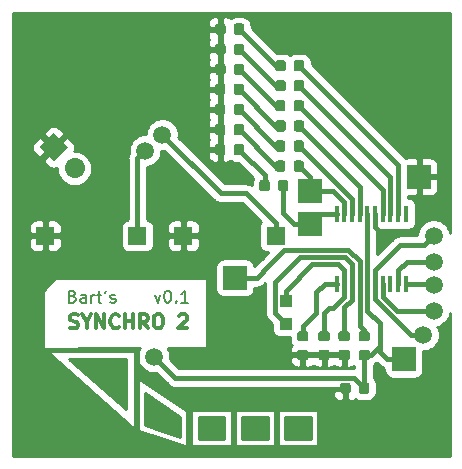
<source format=gbr>
G04 #@! TF.GenerationSoftware,KiCad,Pcbnew,5.1.4-1.fc30*
G04 #@! TF.CreationDate,2019-09-08T13:51:55+02:00*
G04 #@! TF.ProjectId,synchro2,73796e63-6872-46f3-922e-6b696361645f,rev?*
G04 #@! TF.SameCoordinates,Original*
G04 #@! TF.FileFunction,Copper,L1,Top*
G04 #@! TF.FilePolarity,Positive*
%FSLAX46Y46*%
G04 Gerber Fmt 4.6, Leading zero omitted, Abs format (unit mm)*
G04 Created by KiCad (PCBNEW 5.1.4-1.fc30) date 2019-09-08 13:51:55*
%MOMM*%
%LPD*%
G04 APERTURE LIST*
%ADD10C,0.200000*%
%ADD11C,0.300000*%
%ADD12R,1.000000X1.000000*%
%ADD13R,2.000000X2.000000*%
%ADD14C,2.000000*%
%ADD15C,0.100000*%
%ADD16R,1.500000X1.500000*%
%ADD17C,0.875000*%
%ADD18C,1.700000*%
%ADD19C,1.700000*%
%ADD20R,0.450000X1.450000*%
%ADD21C,1.500000*%
%ADD22C,0.400000*%
%ADD23C,0.254000*%
G04 APERTURE END LIST*
D10*
X212771428Y-121285714D02*
X213009523Y-121952380D01*
X213247619Y-121285714D01*
X213819047Y-120952380D02*
X213914285Y-120952380D01*
X214009523Y-121000000D01*
X214057142Y-121047619D01*
X214104761Y-121142857D01*
X214152380Y-121333333D01*
X214152380Y-121571428D01*
X214104761Y-121761904D01*
X214057142Y-121857142D01*
X214009523Y-121904761D01*
X213914285Y-121952380D01*
X213819047Y-121952380D01*
X213723809Y-121904761D01*
X213676190Y-121857142D01*
X213628571Y-121761904D01*
X213580952Y-121571428D01*
X213580952Y-121333333D01*
X213628571Y-121142857D01*
X213676190Y-121047619D01*
X213723809Y-121000000D01*
X213819047Y-120952380D01*
X214580952Y-121857142D02*
X214628571Y-121904761D01*
X214580952Y-121952380D01*
X214533333Y-121904761D01*
X214580952Y-121857142D01*
X214580952Y-121952380D01*
X215580952Y-121952380D02*
X215009523Y-121952380D01*
X215295238Y-121952380D02*
X215295238Y-120952380D01*
X215200000Y-121095238D01*
X215104761Y-121190476D01*
X215009523Y-121238095D01*
D11*
X205578571Y-124085714D02*
X205750000Y-124142857D01*
X206035714Y-124142857D01*
X206150000Y-124085714D01*
X206207142Y-124028571D01*
X206264285Y-123914285D01*
X206264285Y-123800000D01*
X206207142Y-123685714D01*
X206150000Y-123628571D01*
X206035714Y-123571428D01*
X205807142Y-123514285D01*
X205692857Y-123457142D01*
X205635714Y-123400000D01*
X205578571Y-123285714D01*
X205578571Y-123171428D01*
X205635714Y-123057142D01*
X205692857Y-123000000D01*
X205807142Y-122942857D01*
X206092857Y-122942857D01*
X206264285Y-123000000D01*
X207007142Y-123571428D02*
X207007142Y-124142857D01*
X206607142Y-122942857D02*
X207007142Y-123571428D01*
X207407142Y-122942857D01*
X207807142Y-124142857D02*
X207807142Y-122942857D01*
X208492857Y-124142857D01*
X208492857Y-122942857D01*
X209750000Y-124028571D02*
X209692857Y-124085714D01*
X209521428Y-124142857D01*
X209407142Y-124142857D01*
X209235714Y-124085714D01*
X209121428Y-123971428D01*
X209064285Y-123857142D01*
X209007142Y-123628571D01*
X209007142Y-123457142D01*
X209064285Y-123228571D01*
X209121428Y-123114285D01*
X209235714Y-123000000D01*
X209407142Y-122942857D01*
X209521428Y-122942857D01*
X209692857Y-123000000D01*
X209750000Y-123057142D01*
X210264285Y-124142857D02*
X210264285Y-122942857D01*
X210264285Y-123514285D02*
X210950000Y-123514285D01*
X210950000Y-124142857D02*
X210950000Y-122942857D01*
X212207142Y-124142857D02*
X211807142Y-123571428D01*
X211521428Y-124142857D02*
X211521428Y-122942857D01*
X211978571Y-122942857D01*
X212092857Y-123000000D01*
X212150000Y-123057142D01*
X212207142Y-123171428D01*
X212207142Y-123342857D01*
X212150000Y-123457142D01*
X212092857Y-123514285D01*
X211978571Y-123571428D01*
X211521428Y-123571428D01*
X212950000Y-122942857D02*
X213178571Y-122942857D01*
X213292857Y-123000000D01*
X213407142Y-123114285D01*
X213464285Y-123342857D01*
X213464285Y-123742857D01*
X213407142Y-123971428D01*
X213292857Y-124085714D01*
X213178571Y-124142857D01*
X212950000Y-124142857D01*
X212835714Y-124085714D01*
X212721428Y-123971428D01*
X212664285Y-123742857D01*
X212664285Y-123342857D01*
X212721428Y-123114285D01*
X212835714Y-123000000D01*
X212950000Y-122942857D01*
X214835714Y-123057142D02*
X214892857Y-123000000D01*
X215007142Y-122942857D01*
X215292857Y-122942857D01*
X215407142Y-123000000D01*
X215464285Y-123057142D01*
X215521428Y-123171428D01*
X215521428Y-123285714D01*
X215464285Y-123457142D01*
X214778571Y-124142857D01*
X215521428Y-124142857D01*
D10*
X205830952Y-121428571D02*
X205973809Y-121476190D01*
X206021428Y-121523809D01*
X206069047Y-121619047D01*
X206069047Y-121761904D01*
X206021428Y-121857142D01*
X205973809Y-121904761D01*
X205878571Y-121952380D01*
X205497619Y-121952380D01*
X205497619Y-120952380D01*
X205830952Y-120952380D01*
X205926190Y-121000000D01*
X205973809Y-121047619D01*
X206021428Y-121142857D01*
X206021428Y-121238095D01*
X205973809Y-121333333D01*
X205926190Y-121380952D01*
X205830952Y-121428571D01*
X205497619Y-121428571D01*
X206926190Y-121952380D02*
X206926190Y-121428571D01*
X206878571Y-121333333D01*
X206783333Y-121285714D01*
X206592857Y-121285714D01*
X206497619Y-121333333D01*
X206926190Y-121904761D02*
X206830952Y-121952380D01*
X206592857Y-121952380D01*
X206497619Y-121904761D01*
X206450000Y-121809523D01*
X206450000Y-121714285D01*
X206497619Y-121619047D01*
X206592857Y-121571428D01*
X206830952Y-121571428D01*
X206926190Y-121523809D01*
X207402380Y-121952380D02*
X207402380Y-121285714D01*
X207402380Y-121476190D02*
X207450000Y-121380952D01*
X207497619Y-121333333D01*
X207592857Y-121285714D01*
X207688095Y-121285714D01*
X207878571Y-121285714D02*
X208259523Y-121285714D01*
X208021428Y-120952380D02*
X208021428Y-121809523D01*
X208069047Y-121904761D01*
X208164285Y-121952380D01*
X208259523Y-121952380D01*
X208640476Y-120952380D02*
X208545238Y-121142857D01*
X209021428Y-121904761D02*
X209116666Y-121952380D01*
X209307142Y-121952380D01*
X209402380Y-121904761D01*
X209450000Y-121809523D01*
X209450000Y-121761904D01*
X209402380Y-121666666D01*
X209307142Y-121619047D01*
X209164285Y-121619047D01*
X209069047Y-121571428D01*
X209021428Y-121476190D01*
X209021428Y-121428571D01*
X209069047Y-121333333D01*
X209164285Y-121285714D01*
X209307142Y-121285714D01*
X209402380Y-121333333D01*
D12*
X223850000Y-121850000D03*
X223850000Y-123750000D03*
D13*
X235150000Y-111300000D03*
X233850000Y-126750000D03*
X219550000Y-119850000D03*
X225950000Y-115300000D03*
D14*
X225900000Y-112500000D03*
D15*
G36*
X224900000Y-113500000D02*
G01*
X224900000Y-111500000D01*
X226900000Y-111500000D01*
X226900000Y-113500000D01*
X224900000Y-113500000D01*
X224900000Y-113500000D01*
G37*
D16*
X215200000Y-116300000D03*
X223000000Y-116300000D03*
D15*
G36*
X218552691Y-103426053D02*
G01*
X218573926Y-103429203D01*
X218594750Y-103434419D01*
X218614962Y-103441651D01*
X218634368Y-103450830D01*
X218652781Y-103461866D01*
X218670024Y-103474654D01*
X218685930Y-103489070D01*
X218700346Y-103504976D01*
X218713134Y-103522219D01*
X218724170Y-103540632D01*
X218733349Y-103560038D01*
X218740581Y-103580250D01*
X218745797Y-103601074D01*
X218748947Y-103622309D01*
X218750000Y-103643750D01*
X218750000Y-104156250D01*
X218748947Y-104177691D01*
X218745797Y-104198926D01*
X218740581Y-104219750D01*
X218733349Y-104239962D01*
X218724170Y-104259368D01*
X218713134Y-104277781D01*
X218700346Y-104295024D01*
X218685930Y-104310930D01*
X218670024Y-104325346D01*
X218652781Y-104338134D01*
X218634368Y-104349170D01*
X218614962Y-104358349D01*
X218594750Y-104365581D01*
X218573926Y-104370797D01*
X218552691Y-104373947D01*
X218531250Y-104375000D01*
X218093750Y-104375000D01*
X218072309Y-104373947D01*
X218051074Y-104370797D01*
X218030250Y-104365581D01*
X218010038Y-104358349D01*
X217990632Y-104349170D01*
X217972219Y-104338134D01*
X217954976Y-104325346D01*
X217939070Y-104310930D01*
X217924654Y-104295024D01*
X217911866Y-104277781D01*
X217900830Y-104259368D01*
X217891651Y-104239962D01*
X217884419Y-104219750D01*
X217879203Y-104198926D01*
X217876053Y-104177691D01*
X217875000Y-104156250D01*
X217875000Y-103643750D01*
X217876053Y-103622309D01*
X217879203Y-103601074D01*
X217884419Y-103580250D01*
X217891651Y-103560038D01*
X217900830Y-103540632D01*
X217911866Y-103522219D01*
X217924654Y-103504976D01*
X217939070Y-103489070D01*
X217954976Y-103474654D01*
X217972219Y-103461866D01*
X217990632Y-103450830D01*
X218010038Y-103441651D01*
X218030250Y-103434419D01*
X218051074Y-103429203D01*
X218072309Y-103426053D01*
X218093750Y-103425000D01*
X218531250Y-103425000D01*
X218552691Y-103426053D01*
X218552691Y-103426053D01*
G37*
D17*
X218312500Y-103900000D03*
D15*
G36*
X220127691Y-103426053D02*
G01*
X220148926Y-103429203D01*
X220169750Y-103434419D01*
X220189962Y-103441651D01*
X220209368Y-103450830D01*
X220227781Y-103461866D01*
X220245024Y-103474654D01*
X220260930Y-103489070D01*
X220275346Y-103504976D01*
X220288134Y-103522219D01*
X220299170Y-103540632D01*
X220308349Y-103560038D01*
X220315581Y-103580250D01*
X220320797Y-103601074D01*
X220323947Y-103622309D01*
X220325000Y-103643750D01*
X220325000Y-104156250D01*
X220323947Y-104177691D01*
X220320797Y-104198926D01*
X220315581Y-104219750D01*
X220308349Y-104239962D01*
X220299170Y-104259368D01*
X220288134Y-104277781D01*
X220275346Y-104295024D01*
X220260930Y-104310930D01*
X220245024Y-104325346D01*
X220227781Y-104338134D01*
X220209368Y-104349170D01*
X220189962Y-104358349D01*
X220169750Y-104365581D01*
X220148926Y-104370797D01*
X220127691Y-104373947D01*
X220106250Y-104375000D01*
X219668750Y-104375000D01*
X219647309Y-104373947D01*
X219626074Y-104370797D01*
X219605250Y-104365581D01*
X219585038Y-104358349D01*
X219565632Y-104349170D01*
X219547219Y-104338134D01*
X219529976Y-104325346D01*
X219514070Y-104310930D01*
X219499654Y-104295024D01*
X219486866Y-104277781D01*
X219475830Y-104259368D01*
X219466651Y-104239962D01*
X219459419Y-104219750D01*
X219454203Y-104198926D01*
X219451053Y-104177691D01*
X219450000Y-104156250D01*
X219450000Y-103643750D01*
X219451053Y-103622309D01*
X219454203Y-103601074D01*
X219459419Y-103580250D01*
X219466651Y-103560038D01*
X219475830Y-103540632D01*
X219486866Y-103522219D01*
X219499654Y-103504976D01*
X219514070Y-103489070D01*
X219529976Y-103474654D01*
X219547219Y-103461866D01*
X219565632Y-103450830D01*
X219585038Y-103441651D01*
X219605250Y-103434419D01*
X219626074Y-103429203D01*
X219647309Y-103426053D01*
X219668750Y-103425000D01*
X220106250Y-103425000D01*
X220127691Y-103426053D01*
X220127691Y-103426053D01*
G37*
D17*
X219887500Y-103900000D03*
D15*
G36*
X223652691Y-106526053D02*
G01*
X223673926Y-106529203D01*
X223694750Y-106534419D01*
X223714962Y-106541651D01*
X223734368Y-106550830D01*
X223752781Y-106561866D01*
X223770024Y-106574654D01*
X223785930Y-106589070D01*
X223800346Y-106604976D01*
X223813134Y-106622219D01*
X223824170Y-106640632D01*
X223833349Y-106660038D01*
X223840581Y-106680250D01*
X223845797Y-106701074D01*
X223848947Y-106722309D01*
X223850000Y-106743750D01*
X223850000Y-107256250D01*
X223848947Y-107277691D01*
X223845797Y-107298926D01*
X223840581Y-107319750D01*
X223833349Y-107339962D01*
X223824170Y-107359368D01*
X223813134Y-107377781D01*
X223800346Y-107395024D01*
X223785930Y-107410930D01*
X223770024Y-107425346D01*
X223752781Y-107438134D01*
X223734368Y-107449170D01*
X223714962Y-107458349D01*
X223694750Y-107465581D01*
X223673926Y-107470797D01*
X223652691Y-107473947D01*
X223631250Y-107475000D01*
X223193750Y-107475000D01*
X223172309Y-107473947D01*
X223151074Y-107470797D01*
X223130250Y-107465581D01*
X223110038Y-107458349D01*
X223090632Y-107449170D01*
X223072219Y-107438134D01*
X223054976Y-107425346D01*
X223039070Y-107410930D01*
X223024654Y-107395024D01*
X223011866Y-107377781D01*
X223000830Y-107359368D01*
X222991651Y-107339962D01*
X222984419Y-107319750D01*
X222979203Y-107298926D01*
X222976053Y-107277691D01*
X222975000Y-107256250D01*
X222975000Y-106743750D01*
X222976053Y-106722309D01*
X222979203Y-106701074D01*
X222984419Y-106680250D01*
X222991651Y-106660038D01*
X223000830Y-106640632D01*
X223011866Y-106622219D01*
X223024654Y-106604976D01*
X223039070Y-106589070D01*
X223054976Y-106574654D01*
X223072219Y-106561866D01*
X223090632Y-106550830D01*
X223110038Y-106541651D01*
X223130250Y-106534419D01*
X223151074Y-106529203D01*
X223172309Y-106526053D01*
X223193750Y-106525000D01*
X223631250Y-106525000D01*
X223652691Y-106526053D01*
X223652691Y-106526053D01*
G37*
D17*
X223412500Y-107000000D03*
D15*
G36*
X225227691Y-106526053D02*
G01*
X225248926Y-106529203D01*
X225269750Y-106534419D01*
X225289962Y-106541651D01*
X225309368Y-106550830D01*
X225327781Y-106561866D01*
X225345024Y-106574654D01*
X225360930Y-106589070D01*
X225375346Y-106604976D01*
X225388134Y-106622219D01*
X225399170Y-106640632D01*
X225408349Y-106660038D01*
X225415581Y-106680250D01*
X225420797Y-106701074D01*
X225423947Y-106722309D01*
X225425000Y-106743750D01*
X225425000Y-107256250D01*
X225423947Y-107277691D01*
X225420797Y-107298926D01*
X225415581Y-107319750D01*
X225408349Y-107339962D01*
X225399170Y-107359368D01*
X225388134Y-107377781D01*
X225375346Y-107395024D01*
X225360930Y-107410930D01*
X225345024Y-107425346D01*
X225327781Y-107438134D01*
X225309368Y-107449170D01*
X225289962Y-107458349D01*
X225269750Y-107465581D01*
X225248926Y-107470797D01*
X225227691Y-107473947D01*
X225206250Y-107475000D01*
X224768750Y-107475000D01*
X224747309Y-107473947D01*
X224726074Y-107470797D01*
X224705250Y-107465581D01*
X224685038Y-107458349D01*
X224665632Y-107449170D01*
X224647219Y-107438134D01*
X224629976Y-107425346D01*
X224614070Y-107410930D01*
X224599654Y-107395024D01*
X224586866Y-107377781D01*
X224575830Y-107359368D01*
X224566651Y-107339962D01*
X224559419Y-107319750D01*
X224554203Y-107298926D01*
X224551053Y-107277691D01*
X224550000Y-107256250D01*
X224550000Y-106743750D01*
X224551053Y-106722309D01*
X224554203Y-106701074D01*
X224559419Y-106680250D01*
X224566651Y-106660038D01*
X224575830Y-106640632D01*
X224586866Y-106622219D01*
X224599654Y-106604976D01*
X224614070Y-106589070D01*
X224629976Y-106574654D01*
X224647219Y-106561866D01*
X224665632Y-106550830D01*
X224685038Y-106541651D01*
X224705250Y-106534419D01*
X224726074Y-106529203D01*
X224747309Y-106526053D01*
X224768750Y-106525000D01*
X225206250Y-106525000D01*
X225227691Y-106526053D01*
X225227691Y-106526053D01*
G37*
D17*
X224987500Y-107000000D03*
D15*
G36*
X225227691Y-101426053D02*
G01*
X225248926Y-101429203D01*
X225269750Y-101434419D01*
X225289962Y-101441651D01*
X225309368Y-101450830D01*
X225327781Y-101461866D01*
X225345024Y-101474654D01*
X225360930Y-101489070D01*
X225375346Y-101504976D01*
X225388134Y-101522219D01*
X225399170Y-101540632D01*
X225408349Y-101560038D01*
X225415581Y-101580250D01*
X225420797Y-101601074D01*
X225423947Y-101622309D01*
X225425000Y-101643750D01*
X225425000Y-102156250D01*
X225423947Y-102177691D01*
X225420797Y-102198926D01*
X225415581Y-102219750D01*
X225408349Y-102239962D01*
X225399170Y-102259368D01*
X225388134Y-102277781D01*
X225375346Y-102295024D01*
X225360930Y-102310930D01*
X225345024Y-102325346D01*
X225327781Y-102338134D01*
X225309368Y-102349170D01*
X225289962Y-102358349D01*
X225269750Y-102365581D01*
X225248926Y-102370797D01*
X225227691Y-102373947D01*
X225206250Y-102375000D01*
X224768750Y-102375000D01*
X224747309Y-102373947D01*
X224726074Y-102370797D01*
X224705250Y-102365581D01*
X224685038Y-102358349D01*
X224665632Y-102349170D01*
X224647219Y-102338134D01*
X224629976Y-102325346D01*
X224614070Y-102310930D01*
X224599654Y-102295024D01*
X224586866Y-102277781D01*
X224575830Y-102259368D01*
X224566651Y-102239962D01*
X224559419Y-102219750D01*
X224554203Y-102198926D01*
X224551053Y-102177691D01*
X224550000Y-102156250D01*
X224550000Y-101643750D01*
X224551053Y-101622309D01*
X224554203Y-101601074D01*
X224559419Y-101580250D01*
X224566651Y-101560038D01*
X224575830Y-101540632D01*
X224586866Y-101522219D01*
X224599654Y-101504976D01*
X224614070Y-101489070D01*
X224629976Y-101474654D01*
X224647219Y-101461866D01*
X224665632Y-101450830D01*
X224685038Y-101441651D01*
X224705250Y-101434419D01*
X224726074Y-101429203D01*
X224747309Y-101426053D01*
X224768750Y-101425000D01*
X225206250Y-101425000D01*
X225227691Y-101426053D01*
X225227691Y-101426053D01*
G37*
D17*
X224987500Y-101900000D03*
D15*
G36*
X223652691Y-101426053D02*
G01*
X223673926Y-101429203D01*
X223694750Y-101434419D01*
X223714962Y-101441651D01*
X223734368Y-101450830D01*
X223752781Y-101461866D01*
X223770024Y-101474654D01*
X223785930Y-101489070D01*
X223800346Y-101504976D01*
X223813134Y-101522219D01*
X223824170Y-101540632D01*
X223833349Y-101560038D01*
X223840581Y-101580250D01*
X223845797Y-101601074D01*
X223848947Y-101622309D01*
X223850000Y-101643750D01*
X223850000Y-102156250D01*
X223848947Y-102177691D01*
X223845797Y-102198926D01*
X223840581Y-102219750D01*
X223833349Y-102239962D01*
X223824170Y-102259368D01*
X223813134Y-102277781D01*
X223800346Y-102295024D01*
X223785930Y-102310930D01*
X223770024Y-102325346D01*
X223752781Y-102338134D01*
X223734368Y-102349170D01*
X223714962Y-102358349D01*
X223694750Y-102365581D01*
X223673926Y-102370797D01*
X223652691Y-102373947D01*
X223631250Y-102375000D01*
X223193750Y-102375000D01*
X223172309Y-102373947D01*
X223151074Y-102370797D01*
X223130250Y-102365581D01*
X223110038Y-102358349D01*
X223090632Y-102349170D01*
X223072219Y-102338134D01*
X223054976Y-102325346D01*
X223039070Y-102310930D01*
X223024654Y-102295024D01*
X223011866Y-102277781D01*
X223000830Y-102259368D01*
X222991651Y-102239962D01*
X222984419Y-102219750D01*
X222979203Y-102198926D01*
X222976053Y-102177691D01*
X222975000Y-102156250D01*
X222975000Y-101643750D01*
X222976053Y-101622309D01*
X222979203Y-101601074D01*
X222984419Y-101580250D01*
X222991651Y-101560038D01*
X223000830Y-101540632D01*
X223011866Y-101522219D01*
X223024654Y-101504976D01*
X223039070Y-101489070D01*
X223054976Y-101474654D01*
X223072219Y-101461866D01*
X223090632Y-101450830D01*
X223110038Y-101441651D01*
X223130250Y-101434419D01*
X223151074Y-101429203D01*
X223172309Y-101426053D01*
X223193750Y-101425000D01*
X223631250Y-101425000D01*
X223652691Y-101426053D01*
X223652691Y-101426053D01*
G37*
D17*
X223412500Y-101900000D03*
D15*
G36*
X225215191Y-109926053D02*
G01*
X225236426Y-109929203D01*
X225257250Y-109934419D01*
X225277462Y-109941651D01*
X225296868Y-109950830D01*
X225315281Y-109961866D01*
X225332524Y-109974654D01*
X225348430Y-109989070D01*
X225362846Y-110004976D01*
X225375634Y-110022219D01*
X225386670Y-110040632D01*
X225395849Y-110060038D01*
X225403081Y-110080250D01*
X225408297Y-110101074D01*
X225411447Y-110122309D01*
X225412500Y-110143750D01*
X225412500Y-110656250D01*
X225411447Y-110677691D01*
X225408297Y-110698926D01*
X225403081Y-110719750D01*
X225395849Y-110739962D01*
X225386670Y-110759368D01*
X225375634Y-110777781D01*
X225362846Y-110795024D01*
X225348430Y-110810930D01*
X225332524Y-110825346D01*
X225315281Y-110838134D01*
X225296868Y-110849170D01*
X225277462Y-110858349D01*
X225257250Y-110865581D01*
X225236426Y-110870797D01*
X225215191Y-110873947D01*
X225193750Y-110875000D01*
X224756250Y-110875000D01*
X224734809Y-110873947D01*
X224713574Y-110870797D01*
X224692750Y-110865581D01*
X224672538Y-110858349D01*
X224653132Y-110849170D01*
X224634719Y-110838134D01*
X224617476Y-110825346D01*
X224601570Y-110810930D01*
X224587154Y-110795024D01*
X224574366Y-110777781D01*
X224563330Y-110759368D01*
X224554151Y-110739962D01*
X224546919Y-110719750D01*
X224541703Y-110698926D01*
X224538553Y-110677691D01*
X224537500Y-110656250D01*
X224537500Y-110143750D01*
X224538553Y-110122309D01*
X224541703Y-110101074D01*
X224546919Y-110080250D01*
X224554151Y-110060038D01*
X224563330Y-110040632D01*
X224574366Y-110022219D01*
X224587154Y-110004976D01*
X224601570Y-109989070D01*
X224617476Y-109974654D01*
X224634719Y-109961866D01*
X224653132Y-109950830D01*
X224672538Y-109941651D01*
X224692750Y-109934419D01*
X224713574Y-109929203D01*
X224734809Y-109926053D01*
X224756250Y-109925000D01*
X225193750Y-109925000D01*
X225215191Y-109926053D01*
X225215191Y-109926053D01*
G37*
D17*
X224975000Y-110400000D03*
D15*
G36*
X223640191Y-109926053D02*
G01*
X223661426Y-109929203D01*
X223682250Y-109934419D01*
X223702462Y-109941651D01*
X223721868Y-109950830D01*
X223740281Y-109961866D01*
X223757524Y-109974654D01*
X223773430Y-109989070D01*
X223787846Y-110004976D01*
X223800634Y-110022219D01*
X223811670Y-110040632D01*
X223820849Y-110060038D01*
X223828081Y-110080250D01*
X223833297Y-110101074D01*
X223836447Y-110122309D01*
X223837500Y-110143750D01*
X223837500Y-110656250D01*
X223836447Y-110677691D01*
X223833297Y-110698926D01*
X223828081Y-110719750D01*
X223820849Y-110739962D01*
X223811670Y-110759368D01*
X223800634Y-110777781D01*
X223787846Y-110795024D01*
X223773430Y-110810930D01*
X223757524Y-110825346D01*
X223740281Y-110838134D01*
X223721868Y-110849170D01*
X223702462Y-110858349D01*
X223682250Y-110865581D01*
X223661426Y-110870797D01*
X223640191Y-110873947D01*
X223618750Y-110875000D01*
X223181250Y-110875000D01*
X223159809Y-110873947D01*
X223138574Y-110870797D01*
X223117750Y-110865581D01*
X223097538Y-110858349D01*
X223078132Y-110849170D01*
X223059719Y-110838134D01*
X223042476Y-110825346D01*
X223026570Y-110810930D01*
X223012154Y-110795024D01*
X222999366Y-110777781D01*
X222988330Y-110759368D01*
X222979151Y-110739962D01*
X222971919Y-110719750D01*
X222966703Y-110698926D01*
X222963553Y-110677691D01*
X222962500Y-110656250D01*
X222962500Y-110143750D01*
X222963553Y-110122309D01*
X222966703Y-110101074D01*
X222971919Y-110080250D01*
X222979151Y-110060038D01*
X222988330Y-110040632D01*
X222999366Y-110022219D01*
X223012154Y-110004976D01*
X223026570Y-109989070D01*
X223042476Y-109974654D01*
X223059719Y-109961866D01*
X223078132Y-109950830D01*
X223097538Y-109941651D01*
X223117750Y-109934419D01*
X223138574Y-109929203D01*
X223159809Y-109926053D01*
X223181250Y-109925000D01*
X223618750Y-109925000D01*
X223640191Y-109926053D01*
X223640191Y-109926053D01*
G37*
D17*
X223400000Y-110400000D03*
D15*
G36*
X218552691Y-106826053D02*
G01*
X218573926Y-106829203D01*
X218594750Y-106834419D01*
X218614962Y-106841651D01*
X218634368Y-106850830D01*
X218652781Y-106861866D01*
X218670024Y-106874654D01*
X218685930Y-106889070D01*
X218700346Y-106904976D01*
X218713134Y-106922219D01*
X218724170Y-106940632D01*
X218733349Y-106960038D01*
X218740581Y-106980250D01*
X218745797Y-107001074D01*
X218748947Y-107022309D01*
X218750000Y-107043750D01*
X218750000Y-107556250D01*
X218748947Y-107577691D01*
X218745797Y-107598926D01*
X218740581Y-107619750D01*
X218733349Y-107639962D01*
X218724170Y-107659368D01*
X218713134Y-107677781D01*
X218700346Y-107695024D01*
X218685930Y-107710930D01*
X218670024Y-107725346D01*
X218652781Y-107738134D01*
X218634368Y-107749170D01*
X218614962Y-107758349D01*
X218594750Y-107765581D01*
X218573926Y-107770797D01*
X218552691Y-107773947D01*
X218531250Y-107775000D01*
X218093750Y-107775000D01*
X218072309Y-107773947D01*
X218051074Y-107770797D01*
X218030250Y-107765581D01*
X218010038Y-107758349D01*
X217990632Y-107749170D01*
X217972219Y-107738134D01*
X217954976Y-107725346D01*
X217939070Y-107710930D01*
X217924654Y-107695024D01*
X217911866Y-107677781D01*
X217900830Y-107659368D01*
X217891651Y-107639962D01*
X217884419Y-107619750D01*
X217879203Y-107598926D01*
X217876053Y-107577691D01*
X217875000Y-107556250D01*
X217875000Y-107043750D01*
X217876053Y-107022309D01*
X217879203Y-107001074D01*
X217884419Y-106980250D01*
X217891651Y-106960038D01*
X217900830Y-106940632D01*
X217911866Y-106922219D01*
X217924654Y-106904976D01*
X217939070Y-106889070D01*
X217954976Y-106874654D01*
X217972219Y-106861866D01*
X217990632Y-106850830D01*
X218010038Y-106841651D01*
X218030250Y-106834419D01*
X218051074Y-106829203D01*
X218072309Y-106826053D01*
X218093750Y-106825000D01*
X218531250Y-106825000D01*
X218552691Y-106826053D01*
X218552691Y-106826053D01*
G37*
D17*
X218312500Y-107300000D03*
D15*
G36*
X220127691Y-106826053D02*
G01*
X220148926Y-106829203D01*
X220169750Y-106834419D01*
X220189962Y-106841651D01*
X220209368Y-106850830D01*
X220227781Y-106861866D01*
X220245024Y-106874654D01*
X220260930Y-106889070D01*
X220275346Y-106904976D01*
X220288134Y-106922219D01*
X220299170Y-106940632D01*
X220308349Y-106960038D01*
X220315581Y-106980250D01*
X220320797Y-107001074D01*
X220323947Y-107022309D01*
X220325000Y-107043750D01*
X220325000Y-107556250D01*
X220323947Y-107577691D01*
X220320797Y-107598926D01*
X220315581Y-107619750D01*
X220308349Y-107639962D01*
X220299170Y-107659368D01*
X220288134Y-107677781D01*
X220275346Y-107695024D01*
X220260930Y-107710930D01*
X220245024Y-107725346D01*
X220227781Y-107738134D01*
X220209368Y-107749170D01*
X220189962Y-107758349D01*
X220169750Y-107765581D01*
X220148926Y-107770797D01*
X220127691Y-107773947D01*
X220106250Y-107775000D01*
X219668750Y-107775000D01*
X219647309Y-107773947D01*
X219626074Y-107770797D01*
X219605250Y-107765581D01*
X219585038Y-107758349D01*
X219565632Y-107749170D01*
X219547219Y-107738134D01*
X219529976Y-107725346D01*
X219514070Y-107710930D01*
X219499654Y-107695024D01*
X219486866Y-107677781D01*
X219475830Y-107659368D01*
X219466651Y-107639962D01*
X219459419Y-107619750D01*
X219454203Y-107598926D01*
X219451053Y-107577691D01*
X219450000Y-107556250D01*
X219450000Y-107043750D01*
X219451053Y-107022309D01*
X219454203Y-107001074D01*
X219459419Y-106980250D01*
X219466651Y-106960038D01*
X219475830Y-106940632D01*
X219486866Y-106922219D01*
X219499654Y-106904976D01*
X219514070Y-106889070D01*
X219529976Y-106874654D01*
X219547219Y-106861866D01*
X219565632Y-106850830D01*
X219585038Y-106841651D01*
X219605250Y-106834419D01*
X219626074Y-106829203D01*
X219647309Y-106826053D01*
X219668750Y-106825000D01*
X220106250Y-106825000D01*
X220127691Y-106826053D01*
X220127691Y-106826053D01*
G37*
D17*
X219887500Y-107300000D03*
D15*
G36*
X230777691Y-125951053D02*
G01*
X230798926Y-125954203D01*
X230819750Y-125959419D01*
X230839962Y-125966651D01*
X230859368Y-125975830D01*
X230877781Y-125986866D01*
X230895024Y-125999654D01*
X230910930Y-126014070D01*
X230925346Y-126029976D01*
X230938134Y-126047219D01*
X230949170Y-126065632D01*
X230958349Y-126085038D01*
X230965581Y-126105250D01*
X230970797Y-126126074D01*
X230973947Y-126147309D01*
X230975000Y-126168750D01*
X230975000Y-126606250D01*
X230973947Y-126627691D01*
X230970797Y-126648926D01*
X230965581Y-126669750D01*
X230958349Y-126689962D01*
X230949170Y-126709368D01*
X230938134Y-126727781D01*
X230925346Y-126745024D01*
X230910930Y-126760930D01*
X230895024Y-126775346D01*
X230877781Y-126788134D01*
X230859368Y-126799170D01*
X230839962Y-126808349D01*
X230819750Y-126815581D01*
X230798926Y-126820797D01*
X230777691Y-126823947D01*
X230756250Y-126825000D01*
X230243750Y-126825000D01*
X230222309Y-126823947D01*
X230201074Y-126820797D01*
X230180250Y-126815581D01*
X230160038Y-126808349D01*
X230140632Y-126799170D01*
X230122219Y-126788134D01*
X230104976Y-126775346D01*
X230089070Y-126760930D01*
X230074654Y-126745024D01*
X230061866Y-126727781D01*
X230050830Y-126709368D01*
X230041651Y-126689962D01*
X230034419Y-126669750D01*
X230029203Y-126648926D01*
X230026053Y-126627691D01*
X230025000Y-126606250D01*
X230025000Y-126168750D01*
X230026053Y-126147309D01*
X230029203Y-126126074D01*
X230034419Y-126105250D01*
X230041651Y-126085038D01*
X230050830Y-126065632D01*
X230061866Y-126047219D01*
X230074654Y-126029976D01*
X230089070Y-126014070D01*
X230104976Y-125999654D01*
X230122219Y-125986866D01*
X230140632Y-125975830D01*
X230160038Y-125966651D01*
X230180250Y-125959419D01*
X230201074Y-125954203D01*
X230222309Y-125951053D01*
X230243750Y-125950000D01*
X230756250Y-125950000D01*
X230777691Y-125951053D01*
X230777691Y-125951053D01*
G37*
D17*
X230500000Y-126387500D03*
D15*
G36*
X230777691Y-124376053D02*
G01*
X230798926Y-124379203D01*
X230819750Y-124384419D01*
X230839962Y-124391651D01*
X230859368Y-124400830D01*
X230877781Y-124411866D01*
X230895024Y-124424654D01*
X230910930Y-124439070D01*
X230925346Y-124454976D01*
X230938134Y-124472219D01*
X230949170Y-124490632D01*
X230958349Y-124510038D01*
X230965581Y-124530250D01*
X230970797Y-124551074D01*
X230973947Y-124572309D01*
X230975000Y-124593750D01*
X230975000Y-125031250D01*
X230973947Y-125052691D01*
X230970797Y-125073926D01*
X230965581Y-125094750D01*
X230958349Y-125114962D01*
X230949170Y-125134368D01*
X230938134Y-125152781D01*
X230925346Y-125170024D01*
X230910930Y-125185930D01*
X230895024Y-125200346D01*
X230877781Y-125213134D01*
X230859368Y-125224170D01*
X230839962Y-125233349D01*
X230819750Y-125240581D01*
X230798926Y-125245797D01*
X230777691Y-125248947D01*
X230756250Y-125250000D01*
X230243750Y-125250000D01*
X230222309Y-125248947D01*
X230201074Y-125245797D01*
X230180250Y-125240581D01*
X230160038Y-125233349D01*
X230140632Y-125224170D01*
X230122219Y-125213134D01*
X230104976Y-125200346D01*
X230089070Y-125185930D01*
X230074654Y-125170024D01*
X230061866Y-125152781D01*
X230050830Y-125134368D01*
X230041651Y-125114962D01*
X230034419Y-125094750D01*
X230029203Y-125073926D01*
X230026053Y-125052691D01*
X230025000Y-125031250D01*
X230025000Y-124593750D01*
X230026053Y-124572309D01*
X230029203Y-124551074D01*
X230034419Y-124530250D01*
X230041651Y-124510038D01*
X230050830Y-124490632D01*
X230061866Y-124472219D01*
X230074654Y-124454976D01*
X230089070Y-124439070D01*
X230104976Y-124424654D01*
X230122219Y-124411866D01*
X230140632Y-124400830D01*
X230160038Y-124391651D01*
X230180250Y-124384419D01*
X230201074Y-124379203D01*
X230222309Y-124376053D01*
X230243750Y-124375000D01*
X230756250Y-124375000D01*
X230777691Y-124376053D01*
X230777691Y-124376053D01*
G37*
D17*
X230500000Y-124812500D03*
D15*
G36*
X225215191Y-104826053D02*
G01*
X225236426Y-104829203D01*
X225257250Y-104834419D01*
X225277462Y-104841651D01*
X225296868Y-104850830D01*
X225315281Y-104861866D01*
X225332524Y-104874654D01*
X225348430Y-104889070D01*
X225362846Y-104904976D01*
X225375634Y-104922219D01*
X225386670Y-104940632D01*
X225395849Y-104960038D01*
X225403081Y-104980250D01*
X225408297Y-105001074D01*
X225411447Y-105022309D01*
X225412500Y-105043750D01*
X225412500Y-105556250D01*
X225411447Y-105577691D01*
X225408297Y-105598926D01*
X225403081Y-105619750D01*
X225395849Y-105639962D01*
X225386670Y-105659368D01*
X225375634Y-105677781D01*
X225362846Y-105695024D01*
X225348430Y-105710930D01*
X225332524Y-105725346D01*
X225315281Y-105738134D01*
X225296868Y-105749170D01*
X225277462Y-105758349D01*
X225257250Y-105765581D01*
X225236426Y-105770797D01*
X225215191Y-105773947D01*
X225193750Y-105775000D01*
X224756250Y-105775000D01*
X224734809Y-105773947D01*
X224713574Y-105770797D01*
X224692750Y-105765581D01*
X224672538Y-105758349D01*
X224653132Y-105749170D01*
X224634719Y-105738134D01*
X224617476Y-105725346D01*
X224601570Y-105710930D01*
X224587154Y-105695024D01*
X224574366Y-105677781D01*
X224563330Y-105659368D01*
X224554151Y-105639962D01*
X224546919Y-105619750D01*
X224541703Y-105598926D01*
X224538553Y-105577691D01*
X224537500Y-105556250D01*
X224537500Y-105043750D01*
X224538553Y-105022309D01*
X224541703Y-105001074D01*
X224546919Y-104980250D01*
X224554151Y-104960038D01*
X224563330Y-104940632D01*
X224574366Y-104922219D01*
X224587154Y-104904976D01*
X224601570Y-104889070D01*
X224617476Y-104874654D01*
X224634719Y-104861866D01*
X224653132Y-104850830D01*
X224672538Y-104841651D01*
X224692750Y-104834419D01*
X224713574Y-104829203D01*
X224734809Y-104826053D01*
X224756250Y-104825000D01*
X225193750Y-104825000D01*
X225215191Y-104826053D01*
X225215191Y-104826053D01*
G37*
D17*
X224975000Y-105300000D03*
D15*
G36*
X223640191Y-104826053D02*
G01*
X223661426Y-104829203D01*
X223682250Y-104834419D01*
X223702462Y-104841651D01*
X223721868Y-104850830D01*
X223740281Y-104861866D01*
X223757524Y-104874654D01*
X223773430Y-104889070D01*
X223787846Y-104904976D01*
X223800634Y-104922219D01*
X223811670Y-104940632D01*
X223820849Y-104960038D01*
X223828081Y-104980250D01*
X223833297Y-105001074D01*
X223836447Y-105022309D01*
X223837500Y-105043750D01*
X223837500Y-105556250D01*
X223836447Y-105577691D01*
X223833297Y-105598926D01*
X223828081Y-105619750D01*
X223820849Y-105639962D01*
X223811670Y-105659368D01*
X223800634Y-105677781D01*
X223787846Y-105695024D01*
X223773430Y-105710930D01*
X223757524Y-105725346D01*
X223740281Y-105738134D01*
X223721868Y-105749170D01*
X223702462Y-105758349D01*
X223682250Y-105765581D01*
X223661426Y-105770797D01*
X223640191Y-105773947D01*
X223618750Y-105775000D01*
X223181250Y-105775000D01*
X223159809Y-105773947D01*
X223138574Y-105770797D01*
X223117750Y-105765581D01*
X223097538Y-105758349D01*
X223078132Y-105749170D01*
X223059719Y-105738134D01*
X223042476Y-105725346D01*
X223026570Y-105710930D01*
X223012154Y-105695024D01*
X222999366Y-105677781D01*
X222988330Y-105659368D01*
X222979151Y-105639962D01*
X222971919Y-105619750D01*
X222966703Y-105598926D01*
X222963553Y-105577691D01*
X222962500Y-105556250D01*
X222962500Y-105043750D01*
X222963553Y-105022309D01*
X222966703Y-105001074D01*
X222971919Y-104980250D01*
X222979151Y-104960038D01*
X222988330Y-104940632D01*
X222999366Y-104922219D01*
X223012154Y-104904976D01*
X223026570Y-104889070D01*
X223042476Y-104874654D01*
X223059719Y-104861866D01*
X223078132Y-104850830D01*
X223097538Y-104841651D01*
X223117750Y-104834419D01*
X223138574Y-104829203D01*
X223159809Y-104826053D01*
X223181250Y-104825000D01*
X223618750Y-104825000D01*
X223640191Y-104826053D01*
X223640191Y-104826053D01*
G37*
D17*
X223400000Y-105300000D03*
D15*
G36*
X220140191Y-101726053D02*
G01*
X220161426Y-101729203D01*
X220182250Y-101734419D01*
X220202462Y-101741651D01*
X220221868Y-101750830D01*
X220240281Y-101761866D01*
X220257524Y-101774654D01*
X220273430Y-101789070D01*
X220287846Y-101804976D01*
X220300634Y-101822219D01*
X220311670Y-101840632D01*
X220320849Y-101860038D01*
X220328081Y-101880250D01*
X220333297Y-101901074D01*
X220336447Y-101922309D01*
X220337500Y-101943750D01*
X220337500Y-102456250D01*
X220336447Y-102477691D01*
X220333297Y-102498926D01*
X220328081Y-102519750D01*
X220320849Y-102539962D01*
X220311670Y-102559368D01*
X220300634Y-102577781D01*
X220287846Y-102595024D01*
X220273430Y-102610930D01*
X220257524Y-102625346D01*
X220240281Y-102638134D01*
X220221868Y-102649170D01*
X220202462Y-102658349D01*
X220182250Y-102665581D01*
X220161426Y-102670797D01*
X220140191Y-102673947D01*
X220118750Y-102675000D01*
X219681250Y-102675000D01*
X219659809Y-102673947D01*
X219638574Y-102670797D01*
X219617750Y-102665581D01*
X219597538Y-102658349D01*
X219578132Y-102649170D01*
X219559719Y-102638134D01*
X219542476Y-102625346D01*
X219526570Y-102610930D01*
X219512154Y-102595024D01*
X219499366Y-102577781D01*
X219488330Y-102559368D01*
X219479151Y-102539962D01*
X219471919Y-102519750D01*
X219466703Y-102498926D01*
X219463553Y-102477691D01*
X219462500Y-102456250D01*
X219462500Y-101943750D01*
X219463553Y-101922309D01*
X219466703Y-101901074D01*
X219471919Y-101880250D01*
X219479151Y-101860038D01*
X219488330Y-101840632D01*
X219499366Y-101822219D01*
X219512154Y-101804976D01*
X219526570Y-101789070D01*
X219542476Y-101774654D01*
X219559719Y-101761866D01*
X219578132Y-101750830D01*
X219597538Y-101741651D01*
X219617750Y-101734419D01*
X219638574Y-101729203D01*
X219659809Y-101726053D01*
X219681250Y-101725000D01*
X220118750Y-101725000D01*
X220140191Y-101726053D01*
X220140191Y-101726053D01*
G37*
D17*
X219900000Y-102200000D03*
D15*
G36*
X218565191Y-101726053D02*
G01*
X218586426Y-101729203D01*
X218607250Y-101734419D01*
X218627462Y-101741651D01*
X218646868Y-101750830D01*
X218665281Y-101761866D01*
X218682524Y-101774654D01*
X218698430Y-101789070D01*
X218712846Y-101804976D01*
X218725634Y-101822219D01*
X218736670Y-101840632D01*
X218745849Y-101860038D01*
X218753081Y-101880250D01*
X218758297Y-101901074D01*
X218761447Y-101922309D01*
X218762500Y-101943750D01*
X218762500Y-102456250D01*
X218761447Y-102477691D01*
X218758297Y-102498926D01*
X218753081Y-102519750D01*
X218745849Y-102539962D01*
X218736670Y-102559368D01*
X218725634Y-102577781D01*
X218712846Y-102595024D01*
X218698430Y-102610930D01*
X218682524Y-102625346D01*
X218665281Y-102638134D01*
X218646868Y-102649170D01*
X218627462Y-102658349D01*
X218607250Y-102665581D01*
X218586426Y-102670797D01*
X218565191Y-102673947D01*
X218543750Y-102675000D01*
X218106250Y-102675000D01*
X218084809Y-102673947D01*
X218063574Y-102670797D01*
X218042750Y-102665581D01*
X218022538Y-102658349D01*
X218003132Y-102649170D01*
X217984719Y-102638134D01*
X217967476Y-102625346D01*
X217951570Y-102610930D01*
X217937154Y-102595024D01*
X217924366Y-102577781D01*
X217913330Y-102559368D01*
X217904151Y-102539962D01*
X217896919Y-102519750D01*
X217891703Y-102498926D01*
X217888553Y-102477691D01*
X217887500Y-102456250D01*
X217887500Y-101943750D01*
X217888553Y-101922309D01*
X217891703Y-101901074D01*
X217896919Y-101880250D01*
X217904151Y-101860038D01*
X217913330Y-101840632D01*
X217924366Y-101822219D01*
X217937154Y-101804976D01*
X217951570Y-101789070D01*
X217967476Y-101774654D01*
X217984719Y-101761866D01*
X218003132Y-101750830D01*
X218022538Y-101741651D01*
X218042750Y-101734419D01*
X218063574Y-101729203D01*
X218084809Y-101726053D01*
X218106250Y-101725000D01*
X218543750Y-101725000D01*
X218565191Y-101726053D01*
X218565191Y-101726053D01*
G37*
D17*
X218325000Y-102200000D03*
D15*
G36*
X220127691Y-105126053D02*
G01*
X220148926Y-105129203D01*
X220169750Y-105134419D01*
X220189962Y-105141651D01*
X220209368Y-105150830D01*
X220227781Y-105161866D01*
X220245024Y-105174654D01*
X220260930Y-105189070D01*
X220275346Y-105204976D01*
X220288134Y-105222219D01*
X220299170Y-105240632D01*
X220308349Y-105260038D01*
X220315581Y-105280250D01*
X220320797Y-105301074D01*
X220323947Y-105322309D01*
X220325000Y-105343750D01*
X220325000Y-105856250D01*
X220323947Y-105877691D01*
X220320797Y-105898926D01*
X220315581Y-105919750D01*
X220308349Y-105939962D01*
X220299170Y-105959368D01*
X220288134Y-105977781D01*
X220275346Y-105995024D01*
X220260930Y-106010930D01*
X220245024Y-106025346D01*
X220227781Y-106038134D01*
X220209368Y-106049170D01*
X220189962Y-106058349D01*
X220169750Y-106065581D01*
X220148926Y-106070797D01*
X220127691Y-106073947D01*
X220106250Y-106075000D01*
X219668750Y-106075000D01*
X219647309Y-106073947D01*
X219626074Y-106070797D01*
X219605250Y-106065581D01*
X219585038Y-106058349D01*
X219565632Y-106049170D01*
X219547219Y-106038134D01*
X219529976Y-106025346D01*
X219514070Y-106010930D01*
X219499654Y-105995024D01*
X219486866Y-105977781D01*
X219475830Y-105959368D01*
X219466651Y-105939962D01*
X219459419Y-105919750D01*
X219454203Y-105898926D01*
X219451053Y-105877691D01*
X219450000Y-105856250D01*
X219450000Y-105343750D01*
X219451053Y-105322309D01*
X219454203Y-105301074D01*
X219459419Y-105280250D01*
X219466651Y-105260038D01*
X219475830Y-105240632D01*
X219486866Y-105222219D01*
X219499654Y-105204976D01*
X219514070Y-105189070D01*
X219529976Y-105174654D01*
X219547219Y-105161866D01*
X219565632Y-105150830D01*
X219585038Y-105141651D01*
X219605250Y-105134419D01*
X219626074Y-105129203D01*
X219647309Y-105126053D01*
X219668750Y-105125000D01*
X220106250Y-105125000D01*
X220127691Y-105126053D01*
X220127691Y-105126053D01*
G37*
D17*
X219887500Y-105600000D03*
D15*
G36*
X218552691Y-105126053D02*
G01*
X218573926Y-105129203D01*
X218594750Y-105134419D01*
X218614962Y-105141651D01*
X218634368Y-105150830D01*
X218652781Y-105161866D01*
X218670024Y-105174654D01*
X218685930Y-105189070D01*
X218700346Y-105204976D01*
X218713134Y-105222219D01*
X218724170Y-105240632D01*
X218733349Y-105260038D01*
X218740581Y-105280250D01*
X218745797Y-105301074D01*
X218748947Y-105322309D01*
X218750000Y-105343750D01*
X218750000Y-105856250D01*
X218748947Y-105877691D01*
X218745797Y-105898926D01*
X218740581Y-105919750D01*
X218733349Y-105939962D01*
X218724170Y-105959368D01*
X218713134Y-105977781D01*
X218700346Y-105995024D01*
X218685930Y-106010930D01*
X218670024Y-106025346D01*
X218652781Y-106038134D01*
X218634368Y-106049170D01*
X218614962Y-106058349D01*
X218594750Y-106065581D01*
X218573926Y-106070797D01*
X218552691Y-106073947D01*
X218531250Y-106075000D01*
X218093750Y-106075000D01*
X218072309Y-106073947D01*
X218051074Y-106070797D01*
X218030250Y-106065581D01*
X218010038Y-106058349D01*
X217990632Y-106049170D01*
X217972219Y-106038134D01*
X217954976Y-106025346D01*
X217939070Y-106010930D01*
X217924654Y-105995024D01*
X217911866Y-105977781D01*
X217900830Y-105959368D01*
X217891651Y-105939962D01*
X217884419Y-105919750D01*
X217879203Y-105898926D01*
X217876053Y-105877691D01*
X217875000Y-105856250D01*
X217875000Y-105343750D01*
X217876053Y-105322309D01*
X217879203Y-105301074D01*
X217884419Y-105280250D01*
X217891651Y-105260038D01*
X217900830Y-105240632D01*
X217911866Y-105222219D01*
X217924654Y-105204976D01*
X217939070Y-105189070D01*
X217954976Y-105174654D01*
X217972219Y-105161866D01*
X217990632Y-105150830D01*
X218010038Y-105141651D01*
X218030250Y-105134419D01*
X218051074Y-105129203D01*
X218072309Y-105126053D01*
X218093750Y-105125000D01*
X218531250Y-105125000D01*
X218552691Y-105126053D01*
X218552691Y-105126053D01*
G37*
D17*
X218312500Y-105600000D03*
D15*
G36*
X223652691Y-103126053D02*
G01*
X223673926Y-103129203D01*
X223694750Y-103134419D01*
X223714962Y-103141651D01*
X223734368Y-103150830D01*
X223752781Y-103161866D01*
X223770024Y-103174654D01*
X223785930Y-103189070D01*
X223800346Y-103204976D01*
X223813134Y-103222219D01*
X223824170Y-103240632D01*
X223833349Y-103260038D01*
X223840581Y-103280250D01*
X223845797Y-103301074D01*
X223848947Y-103322309D01*
X223850000Y-103343750D01*
X223850000Y-103856250D01*
X223848947Y-103877691D01*
X223845797Y-103898926D01*
X223840581Y-103919750D01*
X223833349Y-103939962D01*
X223824170Y-103959368D01*
X223813134Y-103977781D01*
X223800346Y-103995024D01*
X223785930Y-104010930D01*
X223770024Y-104025346D01*
X223752781Y-104038134D01*
X223734368Y-104049170D01*
X223714962Y-104058349D01*
X223694750Y-104065581D01*
X223673926Y-104070797D01*
X223652691Y-104073947D01*
X223631250Y-104075000D01*
X223193750Y-104075000D01*
X223172309Y-104073947D01*
X223151074Y-104070797D01*
X223130250Y-104065581D01*
X223110038Y-104058349D01*
X223090632Y-104049170D01*
X223072219Y-104038134D01*
X223054976Y-104025346D01*
X223039070Y-104010930D01*
X223024654Y-103995024D01*
X223011866Y-103977781D01*
X223000830Y-103959368D01*
X222991651Y-103939962D01*
X222984419Y-103919750D01*
X222979203Y-103898926D01*
X222976053Y-103877691D01*
X222975000Y-103856250D01*
X222975000Y-103343750D01*
X222976053Y-103322309D01*
X222979203Y-103301074D01*
X222984419Y-103280250D01*
X222991651Y-103260038D01*
X223000830Y-103240632D01*
X223011866Y-103222219D01*
X223024654Y-103204976D01*
X223039070Y-103189070D01*
X223054976Y-103174654D01*
X223072219Y-103161866D01*
X223090632Y-103150830D01*
X223110038Y-103141651D01*
X223130250Y-103134419D01*
X223151074Y-103129203D01*
X223172309Y-103126053D01*
X223193750Y-103125000D01*
X223631250Y-103125000D01*
X223652691Y-103126053D01*
X223652691Y-103126053D01*
G37*
D17*
X223412500Y-103600000D03*
D15*
G36*
X225227691Y-103126053D02*
G01*
X225248926Y-103129203D01*
X225269750Y-103134419D01*
X225289962Y-103141651D01*
X225309368Y-103150830D01*
X225327781Y-103161866D01*
X225345024Y-103174654D01*
X225360930Y-103189070D01*
X225375346Y-103204976D01*
X225388134Y-103222219D01*
X225399170Y-103240632D01*
X225408349Y-103260038D01*
X225415581Y-103280250D01*
X225420797Y-103301074D01*
X225423947Y-103322309D01*
X225425000Y-103343750D01*
X225425000Y-103856250D01*
X225423947Y-103877691D01*
X225420797Y-103898926D01*
X225415581Y-103919750D01*
X225408349Y-103939962D01*
X225399170Y-103959368D01*
X225388134Y-103977781D01*
X225375346Y-103995024D01*
X225360930Y-104010930D01*
X225345024Y-104025346D01*
X225327781Y-104038134D01*
X225309368Y-104049170D01*
X225289962Y-104058349D01*
X225269750Y-104065581D01*
X225248926Y-104070797D01*
X225227691Y-104073947D01*
X225206250Y-104075000D01*
X224768750Y-104075000D01*
X224747309Y-104073947D01*
X224726074Y-104070797D01*
X224705250Y-104065581D01*
X224685038Y-104058349D01*
X224665632Y-104049170D01*
X224647219Y-104038134D01*
X224629976Y-104025346D01*
X224614070Y-104010930D01*
X224599654Y-103995024D01*
X224586866Y-103977781D01*
X224575830Y-103959368D01*
X224566651Y-103939962D01*
X224559419Y-103919750D01*
X224554203Y-103898926D01*
X224551053Y-103877691D01*
X224550000Y-103856250D01*
X224550000Y-103343750D01*
X224551053Y-103322309D01*
X224554203Y-103301074D01*
X224559419Y-103280250D01*
X224566651Y-103260038D01*
X224575830Y-103240632D01*
X224586866Y-103222219D01*
X224599654Y-103204976D01*
X224614070Y-103189070D01*
X224629976Y-103174654D01*
X224647219Y-103161866D01*
X224665632Y-103150830D01*
X224685038Y-103141651D01*
X224705250Y-103134419D01*
X224726074Y-103129203D01*
X224747309Y-103126053D01*
X224768750Y-103125000D01*
X225206250Y-103125000D01*
X225227691Y-103126053D01*
X225227691Y-103126053D01*
G37*
D17*
X224987500Y-103600000D03*
D15*
G36*
X218565191Y-100026053D02*
G01*
X218586426Y-100029203D01*
X218607250Y-100034419D01*
X218627462Y-100041651D01*
X218646868Y-100050830D01*
X218665281Y-100061866D01*
X218682524Y-100074654D01*
X218698430Y-100089070D01*
X218712846Y-100104976D01*
X218725634Y-100122219D01*
X218736670Y-100140632D01*
X218745849Y-100160038D01*
X218753081Y-100180250D01*
X218758297Y-100201074D01*
X218761447Y-100222309D01*
X218762500Y-100243750D01*
X218762500Y-100756250D01*
X218761447Y-100777691D01*
X218758297Y-100798926D01*
X218753081Y-100819750D01*
X218745849Y-100839962D01*
X218736670Y-100859368D01*
X218725634Y-100877781D01*
X218712846Y-100895024D01*
X218698430Y-100910930D01*
X218682524Y-100925346D01*
X218665281Y-100938134D01*
X218646868Y-100949170D01*
X218627462Y-100958349D01*
X218607250Y-100965581D01*
X218586426Y-100970797D01*
X218565191Y-100973947D01*
X218543750Y-100975000D01*
X218106250Y-100975000D01*
X218084809Y-100973947D01*
X218063574Y-100970797D01*
X218042750Y-100965581D01*
X218022538Y-100958349D01*
X218003132Y-100949170D01*
X217984719Y-100938134D01*
X217967476Y-100925346D01*
X217951570Y-100910930D01*
X217937154Y-100895024D01*
X217924366Y-100877781D01*
X217913330Y-100859368D01*
X217904151Y-100839962D01*
X217896919Y-100819750D01*
X217891703Y-100798926D01*
X217888553Y-100777691D01*
X217887500Y-100756250D01*
X217887500Y-100243750D01*
X217888553Y-100222309D01*
X217891703Y-100201074D01*
X217896919Y-100180250D01*
X217904151Y-100160038D01*
X217913330Y-100140632D01*
X217924366Y-100122219D01*
X217937154Y-100104976D01*
X217951570Y-100089070D01*
X217967476Y-100074654D01*
X217984719Y-100061866D01*
X218003132Y-100050830D01*
X218022538Y-100041651D01*
X218042750Y-100034419D01*
X218063574Y-100029203D01*
X218084809Y-100026053D01*
X218106250Y-100025000D01*
X218543750Y-100025000D01*
X218565191Y-100026053D01*
X218565191Y-100026053D01*
G37*
D17*
X218325000Y-100500000D03*
D15*
G36*
X220140191Y-100026053D02*
G01*
X220161426Y-100029203D01*
X220182250Y-100034419D01*
X220202462Y-100041651D01*
X220221868Y-100050830D01*
X220240281Y-100061866D01*
X220257524Y-100074654D01*
X220273430Y-100089070D01*
X220287846Y-100104976D01*
X220300634Y-100122219D01*
X220311670Y-100140632D01*
X220320849Y-100160038D01*
X220328081Y-100180250D01*
X220333297Y-100201074D01*
X220336447Y-100222309D01*
X220337500Y-100243750D01*
X220337500Y-100756250D01*
X220336447Y-100777691D01*
X220333297Y-100798926D01*
X220328081Y-100819750D01*
X220320849Y-100839962D01*
X220311670Y-100859368D01*
X220300634Y-100877781D01*
X220287846Y-100895024D01*
X220273430Y-100910930D01*
X220257524Y-100925346D01*
X220240281Y-100938134D01*
X220221868Y-100949170D01*
X220202462Y-100958349D01*
X220182250Y-100965581D01*
X220161426Y-100970797D01*
X220140191Y-100973947D01*
X220118750Y-100975000D01*
X219681250Y-100975000D01*
X219659809Y-100973947D01*
X219638574Y-100970797D01*
X219617750Y-100965581D01*
X219597538Y-100958349D01*
X219578132Y-100949170D01*
X219559719Y-100938134D01*
X219542476Y-100925346D01*
X219526570Y-100910930D01*
X219512154Y-100895024D01*
X219499366Y-100877781D01*
X219488330Y-100859368D01*
X219479151Y-100839962D01*
X219471919Y-100819750D01*
X219466703Y-100798926D01*
X219463553Y-100777691D01*
X219462500Y-100756250D01*
X219462500Y-100243750D01*
X219463553Y-100222309D01*
X219466703Y-100201074D01*
X219471919Y-100180250D01*
X219479151Y-100160038D01*
X219488330Y-100140632D01*
X219499366Y-100122219D01*
X219512154Y-100104976D01*
X219526570Y-100089070D01*
X219542476Y-100074654D01*
X219559719Y-100061866D01*
X219578132Y-100050830D01*
X219597538Y-100041651D01*
X219617750Y-100034419D01*
X219638574Y-100029203D01*
X219659809Y-100026053D01*
X219681250Y-100025000D01*
X220118750Y-100025000D01*
X220140191Y-100026053D01*
X220140191Y-100026053D01*
G37*
D17*
X219900000Y-100500000D03*
D15*
G36*
X225577691Y-125951053D02*
G01*
X225598926Y-125954203D01*
X225619750Y-125959419D01*
X225639962Y-125966651D01*
X225659368Y-125975830D01*
X225677781Y-125986866D01*
X225695024Y-125999654D01*
X225710930Y-126014070D01*
X225725346Y-126029976D01*
X225738134Y-126047219D01*
X225749170Y-126065632D01*
X225758349Y-126085038D01*
X225765581Y-126105250D01*
X225770797Y-126126074D01*
X225773947Y-126147309D01*
X225775000Y-126168750D01*
X225775000Y-126606250D01*
X225773947Y-126627691D01*
X225770797Y-126648926D01*
X225765581Y-126669750D01*
X225758349Y-126689962D01*
X225749170Y-126709368D01*
X225738134Y-126727781D01*
X225725346Y-126745024D01*
X225710930Y-126760930D01*
X225695024Y-126775346D01*
X225677781Y-126788134D01*
X225659368Y-126799170D01*
X225639962Y-126808349D01*
X225619750Y-126815581D01*
X225598926Y-126820797D01*
X225577691Y-126823947D01*
X225556250Y-126825000D01*
X225043750Y-126825000D01*
X225022309Y-126823947D01*
X225001074Y-126820797D01*
X224980250Y-126815581D01*
X224960038Y-126808349D01*
X224940632Y-126799170D01*
X224922219Y-126788134D01*
X224904976Y-126775346D01*
X224889070Y-126760930D01*
X224874654Y-126745024D01*
X224861866Y-126727781D01*
X224850830Y-126709368D01*
X224841651Y-126689962D01*
X224834419Y-126669750D01*
X224829203Y-126648926D01*
X224826053Y-126627691D01*
X224825000Y-126606250D01*
X224825000Y-126168750D01*
X224826053Y-126147309D01*
X224829203Y-126126074D01*
X224834419Y-126105250D01*
X224841651Y-126085038D01*
X224850830Y-126065632D01*
X224861866Y-126047219D01*
X224874654Y-126029976D01*
X224889070Y-126014070D01*
X224904976Y-125999654D01*
X224922219Y-125986866D01*
X224940632Y-125975830D01*
X224960038Y-125966651D01*
X224980250Y-125959419D01*
X225001074Y-125954203D01*
X225022309Y-125951053D01*
X225043750Y-125950000D01*
X225556250Y-125950000D01*
X225577691Y-125951053D01*
X225577691Y-125951053D01*
G37*
D17*
X225300000Y-126387500D03*
D15*
G36*
X225577691Y-124376053D02*
G01*
X225598926Y-124379203D01*
X225619750Y-124384419D01*
X225639962Y-124391651D01*
X225659368Y-124400830D01*
X225677781Y-124411866D01*
X225695024Y-124424654D01*
X225710930Y-124439070D01*
X225725346Y-124454976D01*
X225738134Y-124472219D01*
X225749170Y-124490632D01*
X225758349Y-124510038D01*
X225765581Y-124530250D01*
X225770797Y-124551074D01*
X225773947Y-124572309D01*
X225775000Y-124593750D01*
X225775000Y-125031250D01*
X225773947Y-125052691D01*
X225770797Y-125073926D01*
X225765581Y-125094750D01*
X225758349Y-125114962D01*
X225749170Y-125134368D01*
X225738134Y-125152781D01*
X225725346Y-125170024D01*
X225710930Y-125185930D01*
X225695024Y-125200346D01*
X225677781Y-125213134D01*
X225659368Y-125224170D01*
X225639962Y-125233349D01*
X225619750Y-125240581D01*
X225598926Y-125245797D01*
X225577691Y-125248947D01*
X225556250Y-125250000D01*
X225043750Y-125250000D01*
X225022309Y-125248947D01*
X225001074Y-125245797D01*
X224980250Y-125240581D01*
X224960038Y-125233349D01*
X224940632Y-125224170D01*
X224922219Y-125213134D01*
X224904976Y-125200346D01*
X224889070Y-125185930D01*
X224874654Y-125170024D01*
X224861866Y-125152781D01*
X224850830Y-125134368D01*
X224841651Y-125114962D01*
X224834419Y-125094750D01*
X224829203Y-125073926D01*
X224826053Y-125052691D01*
X224825000Y-125031250D01*
X224825000Y-124593750D01*
X224826053Y-124572309D01*
X224829203Y-124551074D01*
X224834419Y-124530250D01*
X224841651Y-124510038D01*
X224850830Y-124490632D01*
X224861866Y-124472219D01*
X224874654Y-124454976D01*
X224889070Y-124439070D01*
X224904976Y-124424654D01*
X224922219Y-124411866D01*
X224940632Y-124400830D01*
X224960038Y-124391651D01*
X224980250Y-124384419D01*
X225001074Y-124379203D01*
X225022309Y-124376053D01*
X225043750Y-124375000D01*
X225556250Y-124375000D01*
X225577691Y-124376053D01*
X225577691Y-124376053D01*
G37*
D17*
X225300000Y-124812500D03*
D15*
G36*
X222302691Y-111576053D02*
G01*
X222323926Y-111579203D01*
X222344750Y-111584419D01*
X222364962Y-111591651D01*
X222384368Y-111600830D01*
X222402781Y-111611866D01*
X222420024Y-111624654D01*
X222435930Y-111639070D01*
X222450346Y-111654976D01*
X222463134Y-111672219D01*
X222474170Y-111690632D01*
X222483349Y-111710038D01*
X222490581Y-111730250D01*
X222495797Y-111751074D01*
X222498947Y-111772309D01*
X222500000Y-111793750D01*
X222500000Y-112306250D01*
X222498947Y-112327691D01*
X222495797Y-112348926D01*
X222490581Y-112369750D01*
X222483349Y-112389962D01*
X222474170Y-112409368D01*
X222463134Y-112427781D01*
X222450346Y-112445024D01*
X222435930Y-112460930D01*
X222420024Y-112475346D01*
X222402781Y-112488134D01*
X222384368Y-112499170D01*
X222364962Y-112508349D01*
X222344750Y-112515581D01*
X222323926Y-112520797D01*
X222302691Y-112523947D01*
X222281250Y-112525000D01*
X221843750Y-112525000D01*
X221822309Y-112523947D01*
X221801074Y-112520797D01*
X221780250Y-112515581D01*
X221760038Y-112508349D01*
X221740632Y-112499170D01*
X221722219Y-112488134D01*
X221704976Y-112475346D01*
X221689070Y-112460930D01*
X221674654Y-112445024D01*
X221661866Y-112427781D01*
X221650830Y-112409368D01*
X221641651Y-112389962D01*
X221634419Y-112369750D01*
X221629203Y-112348926D01*
X221626053Y-112327691D01*
X221625000Y-112306250D01*
X221625000Y-111793750D01*
X221626053Y-111772309D01*
X221629203Y-111751074D01*
X221634419Y-111730250D01*
X221641651Y-111710038D01*
X221650830Y-111690632D01*
X221661866Y-111672219D01*
X221674654Y-111654976D01*
X221689070Y-111639070D01*
X221704976Y-111624654D01*
X221722219Y-111611866D01*
X221740632Y-111600830D01*
X221760038Y-111591651D01*
X221780250Y-111584419D01*
X221801074Y-111579203D01*
X221822309Y-111576053D01*
X221843750Y-111575000D01*
X222281250Y-111575000D01*
X222302691Y-111576053D01*
X222302691Y-111576053D01*
G37*
D17*
X222062500Y-112050000D03*
D15*
G36*
X223877691Y-111576053D02*
G01*
X223898926Y-111579203D01*
X223919750Y-111584419D01*
X223939962Y-111591651D01*
X223959368Y-111600830D01*
X223977781Y-111611866D01*
X223995024Y-111624654D01*
X224010930Y-111639070D01*
X224025346Y-111654976D01*
X224038134Y-111672219D01*
X224049170Y-111690632D01*
X224058349Y-111710038D01*
X224065581Y-111730250D01*
X224070797Y-111751074D01*
X224073947Y-111772309D01*
X224075000Y-111793750D01*
X224075000Y-112306250D01*
X224073947Y-112327691D01*
X224070797Y-112348926D01*
X224065581Y-112369750D01*
X224058349Y-112389962D01*
X224049170Y-112409368D01*
X224038134Y-112427781D01*
X224025346Y-112445024D01*
X224010930Y-112460930D01*
X223995024Y-112475346D01*
X223977781Y-112488134D01*
X223959368Y-112499170D01*
X223939962Y-112508349D01*
X223919750Y-112515581D01*
X223898926Y-112520797D01*
X223877691Y-112523947D01*
X223856250Y-112525000D01*
X223418750Y-112525000D01*
X223397309Y-112523947D01*
X223376074Y-112520797D01*
X223355250Y-112515581D01*
X223335038Y-112508349D01*
X223315632Y-112499170D01*
X223297219Y-112488134D01*
X223279976Y-112475346D01*
X223264070Y-112460930D01*
X223249654Y-112445024D01*
X223236866Y-112427781D01*
X223225830Y-112409368D01*
X223216651Y-112389962D01*
X223209419Y-112369750D01*
X223204203Y-112348926D01*
X223201053Y-112327691D01*
X223200000Y-112306250D01*
X223200000Y-111793750D01*
X223201053Y-111772309D01*
X223204203Y-111751074D01*
X223209419Y-111730250D01*
X223216651Y-111710038D01*
X223225830Y-111690632D01*
X223236866Y-111672219D01*
X223249654Y-111654976D01*
X223264070Y-111639070D01*
X223279976Y-111624654D01*
X223297219Y-111611866D01*
X223315632Y-111600830D01*
X223335038Y-111591651D01*
X223355250Y-111584419D01*
X223376074Y-111579203D01*
X223397309Y-111576053D01*
X223418750Y-111575000D01*
X223856250Y-111575000D01*
X223877691Y-111576053D01*
X223877691Y-111576053D01*
G37*
D17*
X223637500Y-112050000D03*
D18*
X205996051Y-110596051D03*
D19*
X205996051Y-110596051D02*
X205996051Y-110596051D01*
D18*
X204200000Y-108800000D03*
D15*
G36*
X204200000Y-110002082D02*
G01*
X202997918Y-108800000D01*
X204200000Y-107597918D01*
X205402082Y-108800000D01*
X204200000Y-110002082D01*
X204200000Y-110002082D01*
G37*
G36*
X225215191Y-108226053D02*
G01*
X225236426Y-108229203D01*
X225257250Y-108234419D01*
X225277462Y-108241651D01*
X225296868Y-108250830D01*
X225315281Y-108261866D01*
X225332524Y-108274654D01*
X225348430Y-108289070D01*
X225362846Y-108304976D01*
X225375634Y-108322219D01*
X225386670Y-108340632D01*
X225395849Y-108360038D01*
X225403081Y-108380250D01*
X225408297Y-108401074D01*
X225411447Y-108422309D01*
X225412500Y-108443750D01*
X225412500Y-108956250D01*
X225411447Y-108977691D01*
X225408297Y-108998926D01*
X225403081Y-109019750D01*
X225395849Y-109039962D01*
X225386670Y-109059368D01*
X225375634Y-109077781D01*
X225362846Y-109095024D01*
X225348430Y-109110930D01*
X225332524Y-109125346D01*
X225315281Y-109138134D01*
X225296868Y-109149170D01*
X225277462Y-109158349D01*
X225257250Y-109165581D01*
X225236426Y-109170797D01*
X225215191Y-109173947D01*
X225193750Y-109175000D01*
X224756250Y-109175000D01*
X224734809Y-109173947D01*
X224713574Y-109170797D01*
X224692750Y-109165581D01*
X224672538Y-109158349D01*
X224653132Y-109149170D01*
X224634719Y-109138134D01*
X224617476Y-109125346D01*
X224601570Y-109110930D01*
X224587154Y-109095024D01*
X224574366Y-109077781D01*
X224563330Y-109059368D01*
X224554151Y-109039962D01*
X224546919Y-109019750D01*
X224541703Y-108998926D01*
X224538553Y-108977691D01*
X224537500Y-108956250D01*
X224537500Y-108443750D01*
X224538553Y-108422309D01*
X224541703Y-108401074D01*
X224546919Y-108380250D01*
X224554151Y-108360038D01*
X224563330Y-108340632D01*
X224574366Y-108322219D01*
X224587154Y-108304976D01*
X224601570Y-108289070D01*
X224617476Y-108274654D01*
X224634719Y-108261866D01*
X224653132Y-108250830D01*
X224672538Y-108241651D01*
X224692750Y-108234419D01*
X224713574Y-108229203D01*
X224734809Y-108226053D01*
X224756250Y-108225000D01*
X225193750Y-108225000D01*
X225215191Y-108226053D01*
X225215191Y-108226053D01*
G37*
D17*
X224975000Y-108700000D03*
D15*
G36*
X223640191Y-108226053D02*
G01*
X223661426Y-108229203D01*
X223682250Y-108234419D01*
X223702462Y-108241651D01*
X223721868Y-108250830D01*
X223740281Y-108261866D01*
X223757524Y-108274654D01*
X223773430Y-108289070D01*
X223787846Y-108304976D01*
X223800634Y-108322219D01*
X223811670Y-108340632D01*
X223820849Y-108360038D01*
X223828081Y-108380250D01*
X223833297Y-108401074D01*
X223836447Y-108422309D01*
X223837500Y-108443750D01*
X223837500Y-108956250D01*
X223836447Y-108977691D01*
X223833297Y-108998926D01*
X223828081Y-109019750D01*
X223820849Y-109039962D01*
X223811670Y-109059368D01*
X223800634Y-109077781D01*
X223787846Y-109095024D01*
X223773430Y-109110930D01*
X223757524Y-109125346D01*
X223740281Y-109138134D01*
X223721868Y-109149170D01*
X223702462Y-109158349D01*
X223682250Y-109165581D01*
X223661426Y-109170797D01*
X223640191Y-109173947D01*
X223618750Y-109175000D01*
X223181250Y-109175000D01*
X223159809Y-109173947D01*
X223138574Y-109170797D01*
X223117750Y-109165581D01*
X223097538Y-109158349D01*
X223078132Y-109149170D01*
X223059719Y-109138134D01*
X223042476Y-109125346D01*
X223026570Y-109110930D01*
X223012154Y-109095024D01*
X222999366Y-109077781D01*
X222988330Y-109059368D01*
X222979151Y-109039962D01*
X222971919Y-109019750D01*
X222966703Y-108998926D01*
X222963553Y-108977691D01*
X222962500Y-108956250D01*
X222962500Y-108443750D01*
X222963553Y-108422309D01*
X222966703Y-108401074D01*
X222971919Y-108380250D01*
X222979151Y-108360038D01*
X222988330Y-108340632D01*
X222999366Y-108322219D01*
X223012154Y-108304976D01*
X223026570Y-108289070D01*
X223042476Y-108274654D01*
X223059719Y-108261866D01*
X223078132Y-108250830D01*
X223097538Y-108241651D01*
X223117750Y-108234419D01*
X223138574Y-108229203D01*
X223159809Y-108226053D01*
X223181250Y-108225000D01*
X223618750Y-108225000D01*
X223640191Y-108226053D01*
X223640191Y-108226053D01*
G37*
D17*
X223400000Y-108700000D03*
D20*
X228175000Y-114450000D03*
X228825000Y-114450000D03*
X229475000Y-114450000D03*
X230125000Y-114450000D03*
X230775000Y-114450000D03*
X231425000Y-114450000D03*
X232075000Y-114450000D03*
X232725000Y-114450000D03*
X233375000Y-114450000D03*
X234025000Y-114450000D03*
X234025000Y-120350000D03*
X233375000Y-120350000D03*
X232725000Y-120350000D03*
X232075000Y-120350000D03*
X231425000Y-120350000D03*
X230775000Y-120350000D03*
X230125000Y-120350000D03*
X229475000Y-120350000D03*
X228825000Y-120350000D03*
X228175000Y-120350000D03*
D15*
G36*
X220127691Y-108526053D02*
G01*
X220148926Y-108529203D01*
X220169750Y-108534419D01*
X220189962Y-108541651D01*
X220209368Y-108550830D01*
X220227781Y-108561866D01*
X220245024Y-108574654D01*
X220260930Y-108589070D01*
X220275346Y-108604976D01*
X220288134Y-108622219D01*
X220299170Y-108640632D01*
X220308349Y-108660038D01*
X220315581Y-108680250D01*
X220320797Y-108701074D01*
X220323947Y-108722309D01*
X220325000Y-108743750D01*
X220325000Y-109256250D01*
X220323947Y-109277691D01*
X220320797Y-109298926D01*
X220315581Y-109319750D01*
X220308349Y-109339962D01*
X220299170Y-109359368D01*
X220288134Y-109377781D01*
X220275346Y-109395024D01*
X220260930Y-109410930D01*
X220245024Y-109425346D01*
X220227781Y-109438134D01*
X220209368Y-109449170D01*
X220189962Y-109458349D01*
X220169750Y-109465581D01*
X220148926Y-109470797D01*
X220127691Y-109473947D01*
X220106250Y-109475000D01*
X219668750Y-109475000D01*
X219647309Y-109473947D01*
X219626074Y-109470797D01*
X219605250Y-109465581D01*
X219585038Y-109458349D01*
X219565632Y-109449170D01*
X219547219Y-109438134D01*
X219529976Y-109425346D01*
X219514070Y-109410930D01*
X219499654Y-109395024D01*
X219486866Y-109377781D01*
X219475830Y-109359368D01*
X219466651Y-109339962D01*
X219459419Y-109319750D01*
X219454203Y-109298926D01*
X219451053Y-109277691D01*
X219450000Y-109256250D01*
X219450000Y-108743750D01*
X219451053Y-108722309D01*
X219454203Y-108701074D01*
X219459419Y-108680250D01*
X219466651Y-108660038D01*
X219475830Y-108640632D01*
X219486866Y-108622219D01*
X219499654Y-108604976D01*
X219514070Y-108589070D01*
X219529976Y-108574654D01*
X219547219Y-108561866D01*
X219565632Y-108550830D01*
X219585038Y-108541651D01*
X219605250Y-108534419D01*
X219626074Y-108529203D01*
X219647309Y-108526053D01*
X219668750Y-108525000D01*
X220106250Y-108525000D01*
X220127691Y-108526053D01*
X220127691Y-108526053D01*
G37*
D17*
X219887500Y-109000000D03*
D15*
G36*
X218552691Y-108526053D02*
G01*
X218573926Y-108529203D01*
X218594750Y-108534419D01*
X218614962Y-108541651D01*
X218634368Y-108550830D01*
X218652781Y-108561866D01*
X218670024Y-108574654D01*
X218685930Y-108589070D01*
X218700346Y-108604976D01*
X218713134Y-108622219D01*
X218724170Y-108640632D01*
X218733349Y-108660038D01*
X218740581Y-108680250D01*
X218745797Y-108701074D01*
X218748947Y-108722309D01*
X218750000Y-108743750D01*
X218750000Y-109256250D01*
X218748947Y-109277691D01*
X218745797Y-109298926D01*
X218740581Y-109319750D01*
X218733349Y-109339962D01*
X218724170Y-109359368D01*
X218713134Y-109377781D01*
X218700346Y-109395024D01*
X218685930Y-109410930D01*
X218670024Y-109425346D01*
X218652781Y-109438134D01*
X218634368Y-109449170D01*
X218614962Y-109458349D01*
X218594750Y-109465581D01*
X218573926Y-109470797D01*
X218552691Y-109473947D01*
X218531250Y-109475000D01*
X218093750Y-109475000D01*
X218072309Y-109473947D01*
X218051074Y-109470797D01*
X218030250Y-109465581D01*
X218010038Y-109458349D01*
X217990632Y-109449170D01*
X217972219Y-109438134D01*
X217954976Y-109425346D01*
X217939070Y-109410930D01*
X217924654Y-109395024D01*
X217911866Y-109377781D01*
X217900830Y-109359368D01*
X217891651Y-109339962D01*
X217884419Y-109319750D01*
X217879203Y-109298926D01*
X217876053Y-109277691D01*
X217875000Y-109256250D01*
X217875000Y-108743750D01*
X217876053Y-108722309D01*
X217879203Y-108701074D01*
X217884419Y-108680250D01*
X217891651Y-108660038D01*
X217900830Y-108640632D01*
X217911866Y-108622219D01*
X217924654Y-108604976D01*
X217939070Y-108589070D01*
X217954976Y-108574654D01*
X217972219Y-108561866D01*
X217990632Y-108550830D01*
X218010038Y-108541651D01*
X218030250Y-108534419D01*
X218051074Y-108529203D01*
X218072309Y-108526053D01*
X218093750Y-108525000D01*
X218531250Y-108525000D01*
X218552691Y-108526053D01*
X218552691Y-108526053D01*
G37*
D17*
X218312500Y-109000000D03*
D16*
X211300000Y-116300000D03*
X203500000Y-116300000D03*
D15*
G36*
X230727691Y-128726053D02*
G01*
X230748926Y-128729203D01*
X230769750Y-128734419D01*
X230789962Y-128741651D01*
X230809368Y-128750830D01*
X230827781Y-128761866D01*
X230845024Y-128774654D01*
X230860930Y-128789070D01*
X230875346Y-128804976D01*
X230888134Y-128822219D01*
X230899170Y-128840632D01*
X230908349Y-128860038D01*
X230915581Y-128880250D01*
X230920797Y-128901074D01*
X230923947Y-128922309D01*
X230925000Y-128943750D01*
X230925000Y-129456250D01*
X230923947Y-129477691D01*
X230920797Y-129498926D01*
X230915581Y-129519750D01*
X230908349Y-129539962D01*
X230899170Y-129559368D01*
X230888134Y-129577781D01*
X230875346Y-129595024D01*
X230860930Y-129610930D01*
X230845024Y-129625346D01*
X230827781Y-129638134D01*
X230809368Y-129649170D01*
X230789962Y-129658349D01*
X230769750Y-129665581D01*
X230748926Y-129670797D01*
X230727691Y-129673947D01*
X230706250Y-129675000D01*
X230268750Y-129675000D01*
X230247309Y-129673947D01*
X230226074Y-129670797D01*
X230205250Y-129665581D01*
X230185038Y-129658349D01*
X230165632Y-129649170D01*
X230147219Y-129638134D01*
X230129976Y-129625346D01*
X230114070Y-129610930D01*
X230099654Y-129595024D01*
X230086866Y-129577781D01*
X230075830Y-129559368D01*
X230066651Y-129539962D01*
X230059419Y-129519750D01*
X230054203Y-129498926D01*
X230051053Y-129477691D01*
X230050000Y-129456250D01*
X230050000Y-128943750D01*
X230051053Y-128922309D01*
X230054203Y-128901074D01*
X230059419Y-128880250D01*
X230066651Y-128860038D01*
X230075830Y-128840632D01*
X230086866Y-128822219D01*
X230099654Y-128804976D01*
X230114070Y-128789070D01*
X230129976Y-128774654D01*
X230147219Y-128761866D01*
X230165632Y-128750830D01*
X230185038Y-128741651D01*
X230205250Y-128734419D01*
X230226074Y-128729203D01*
X230247309Y-128726053D01*
X230268750Y-128725000D01*
X230706250Y-128725000D01*
X230727691Y-128726053D01*
X230727691Y-128726053D01*
G37*
D17*
X230487500Y-129200000D03*
D15*
G36*
X229152691Y-128726053D02*
G01*
X229173926Y-128729203D01*
X229194750Y-128734419D01*
X229214962Y-128741651D01*
X229234368Y-128750830D01*
X229252781Y-128761866D01*
X229270024Y-128774654D01*
X229285930Y-128789070D01*
X229300346Y-128804976D01*
X229313134Y-128822219D01*
X229324170Y-128840632D01*
X229333349Y-128860038D01*
X229340581Y-128880250D01*
X229345797Y-128901074D01*
X229348947Y-128922309D01*
X229350000Y-128943750D01*
X229350000Y-129456250D01*
X229348947Y-129477691D01*
X229345797Y-129498926D01*
X229340581Y-129519750D01*
X229333349Y-129539962D01*
X229324170Y-129559368D01*
X229313134Y-129577781D01*
X229300346Y-129595024D01*
X229285930Y-129610930D01*
X229270024Y-129625346D01*
X229252781Y-129638134D01*
X229234368Y-129649170D01*
X229214962Y-129658349D01*
X229194750Y-129665581D01*
X229173926Y-129670797D01*
X229152691Y-129673947D01*
X229131250Y-129675000D01*
X228693750Y-129675000D01*
X228672309Y-129673947D01*
X228651074Y-129670797D01*
X228630250Y-129665581D01*
X228610038Y-129658349D01*
X228590632Y-129649170D01*
X228572219Y-129638134D01*
X228554976Y-129625346D01*
X228539070Y-129610930D01*
X228524654Y-129595024D01*
X228511866Y-129577781D01*
X228500830Y-129559368D01*
X228491651Y-129539962D01*
X228484419Y-129519750D01*
X228479203Y-129498926D01*
X228476053Y-129477691D01*
X228475000Y-129456250D01*
X228475000Y-128943750D01*
X228476053Y-128922309D01*
X228479203Y-128901074D01*
X228484419Y-128880250D01*
X228491651Y-128860038D01*
X228500830Y-128840632D01*
X228511866Y-128822219D01*
X228524654Y-128804976D01*
X228539070Y-128789070D01*
X228554976Y-128774654D01*
X228572219Y-128761866D01*
X228590632Y-128750830D01*
X228610038Y-128741651D01*
X228630250Y-128734419D01*
X228651074Y-128729203D01*
X228672309Y-128726053D01*
X228693750Y-128725000D01*
X229131250Y-128725000D01*
X229152691Y-128726053D01*
X229152691Y-128726053D01*
G37*
D17*
X228912500Y-129200000D03*
D15*
G36*
X227377691Y-124376053D02*
G01*
X227398926Y-124379203D01*
X227419750Y-124384419D01*
X227439962Y-124391651D01*
X227459368Y-124400830D01*
X227477781Y-124411866D01*
X227495024Y-124424654D01*
X227510930Y-124439070D01*
X227525346Y-124454976D01*
X227538134Y-124472219D01*
X227549170Y-124490632D01*
X227558349Y-124510038D01*
X227565581Y-124530250D01*
X227570797Y-124551074D01*
X227573947Y-124572309D01*
X227575000Y-124593750D01*
X227575000Y-125031250D01*
X227573947Y-125052691D01*
X227570797Y-125073926D01*
X227565581Y-125094750D01*
X227558349Y-125114962D01*
X227549170Y-125134368D01*
X227538134Y-125152781D01*
X227525346Y-125170024D01*
X227510930Y-125185930D01*
X227495024Y-125200346D01*
X227477781Y-125213134D01*
X227459368Y-125224170D01*
X227439962Y-125233349D01*
X227419750Y-125240581D01*
X227398926Y-125245797D01*
X227377691Y-125248947D01*
X227356250Y-125250000D01*
X226843750Y-125250000D01*
X226822309Y-125248947D01*
X226801074Y-125245797D01*
X226780250Y-125240581D01*
X226760038Y-125233349D01*
X226740632Y-125224170D01*
X226722219Y-125213134D01*
X226704976Y-125200346D01*
X226689070Y-125185930D01*
X226674654Y-125170024D01*
X226661866Y-125152781D01*
X226650830Y-125134368D01*
X226641651Y-125114962D01*
X226634419Y-125094750D01*
X226629203Y-125073926D01*
X226626053Y-125052691D01*
X226625000Y-125031250D01*
X226625000Y-124593750D01*
X226626053Y-124572309D01*
X226629203Y-124551074D01*
X226634419Y-124530250D01*
X226641651Y-124510038D01*
X226650830Y-124490632D01*
X226661866Y-124472219D01*
X226674654Y-124454976D01*
X226689070Y-124439070D01*
X226704976Y-124424654D01*
X226722219Y-124411866D01*
X226740632Y-124400830D01*
X226760038Y-124391651D01*
X226780250Y-124384419D01*
X226801074Y-124379203D01*
X226822309Y-124376053D01*
X226843750Y-124375000D01*
X227356250Y-124375000D01*
X227377691Y-124376053D01*
X227377691Y-124376053D01*
G37*
D17*
X227100000Y-124812500D03*
D15*
G36*
X227377691Y-125951053D02*
G01*
X227398926Y-125954203D01*
X227419750Y-125959419D01*
X227439962Y-125966651D01*
X227459368Y-125975830D01*
X227477781Y-125986866D01*
X227495024Y-125999654D01*
X227510930Y-126014070D01*
X227525346Y-126029976D01*
X227538134Y-126047219D01*
X227549170Y-126065632D01*
X227558349Y-126085038D01*
X227565581Y-126105250D01*
X227570797Y-126126074D01*
X227573947Y-126147309D01*
X227575000Y-126168750D01*
X227575000Y-126606250D01*
X227573947Y-126627691D01*
X227570797Y-126648926D01*
X227565581Y-126669750D01*
X227558349Y-126689962D01*
X227549170Y-126709368D01*
X227538134Y-126727781D01*
X227525346Y-126745024D01*
X227510930Y-126760930D01*
X227495024Y-126775346D01*
X227477781Y-126788134D01*
X227459368Y-126799170D01*
X227439962Y-126808349D01*
X227419750Y-126815581D01*
X227398926Y-126820797D01*
X227377691Y-126823947D01*
X227356250Y-126825000D01*
X226843750Y-126825000D01*
X226822309Y-126823947D01*
X226801074Y-126820797D01*
X226780250Y-126815581D01*
X226760038Y-126808349D01*
X226740632Y-126799170D01*
X226722219Y-126788134D01*
X226704976Y-126775346D01*
X226689070Y-126760930D01*
X226674654Y-126745024D01*
X226661866Y-126727781D01*
X226650830Y-126709368D01*
X226641651Y-126689962D01*
X226634419Y-126669750D01*
X226629203Y-126648926D01*
X226626053Y-126627691D01*
X226625000Y-126606250D01*
X226625000Y-126168750D01*
X226626053Y-126147309D01*
X226629203Y-126126074D01*
X226634419Y-126105250D01*
X226641651Y-126085038D01*
X226650830Y-126065632D01*
X226661866Y-126047219D01*
X226674654Y-126029976D01*
X226689070Y-126014070D01*
X226704976Y-125999654D01*
X226722219Y-125986866D01*
X226740632Y-125975830D01*
X226760038Y-125966651D01*
X226780250Y-125959419D01*
X226801074Y-125954203D01*
X226822309Y-125951053D01*
X226843750Y-125950000D01*
X227356250Y-125950000D01*
X227377691Y-125951053D01*
X227377691Y-125951053D01*
G37*
D17*
X227100000Y-126387500D03*
D15*
G36*
X220140191Y-98326053D02*
G01*
X220161426Y-98329203D01*
X220182250Y-98334419D01*
X220202462Y-98341651D01*
X220221868Y-98350830D01*
X220240281Y-98361866D01*
X220257524Y-98374654D01*
X220273430Y-98389070D01*
X220287846Y-98404976D01*
X220300634Y-98422219D01*
X220311670Y-98440632D01*
X220320849Y-98460038D01*
X220328081Y-98480250D01*
X220333297Y-98501074D01*
X220336447Y-98522309D01*
X220337500Y-98543750D01*
X220337500Y-99056250D01*
X220336447Y-99077691D01*
X220333297Y-99098926D01*
X220328081Y-99119750D01*
X220320849Y-99139962D01*
X220311670Y-99159368D01*
X220300634Y-99177781D01*
X220287846Y-99195024D01*
X220273430Y-99210930D01*
X220257524Y-99225346D01*
X220240281Y-99238134D01*
X220221868Y-99249170D01*
X220202462Y-99258349D01*
X220182250Y-99265581D01*
X220161426Y-99270797D01*
X220140191Y-99273947D01*
X220118750Y-99275000D01*
X219681250Y-99275000D01*
X219659809Y-99273947D01*
X219638574Y-99270797D01*
X219617750Y-99265581D01*
X219597538Y-99258349D01*
X219578132Y-99249170D01*
X219559719Y-99238134D01*
X219542476Y-99225346D01*
X219526570Y-99210930D01*
X219512154Y-99195024D01*
X219499366Y-99177781D01*
X219488330Y-99159368D01*
X219479151Y-99139962D01*
X219471919Y-99119750D01*
X219466703Y-99098926D01*
X219463553Y-99077691D01*
X219462500Y-99056250D01*
X219462500Y-98543750D01*
X219463553Y-98522309D01*
X219466703Y-98501074D01*
X219471919Y-98480250D01*
X219479151Y-98460038D01*
X219488330Y-98440632D01*
X219499366Y-98422219D01*
X219512154Y-98404976D01*
X219526570Y-98389070D01*
X219542476Y-98374654D01*
X219559719Y-98361866D01*
X219578132Y-98350830D01*
X219597538Y-98341651D01*
X219617750Y-98334419D01*
X219638574Y-98329203D01*
X219659809Y-98326053D01*
X219681250Y-98325000D01*
X220118750Y-98325000D01*
X220140191Y-98326053D01*
X220140191Y-98326053D01*
G37*
D17*
X219900000Y-98800000D03*
D15*
G36*
X218565191Y-98326053D02*
G01*
X218586426Y-98329203D01*
X218607250Y-98334419D01*
X218627462Y-98341651D01*
X218646868Y-98350830D01*
X218665281Y-98361866D01*
X218682524Y-98374654D01*
X218698430Y-98389070D01*
X218712846Y-98404976D01*
X218725634Y-98422219D01*
X218736670Y-98440632D01*
X218745849Y-98460038D01*
X218753081Y-98480250D01*
X218758297Y-98501074D01*
X218761447Y-98522309D01*
X218762500Y-98543750D01*
X218762500Y-99056250D01*
X218761447Y-99077691D01*
X218758297Y-99098926D01*
X218753081Y-99119750D01*
X218745849Y-99139962D01*
X218736670Y-99159368D01*
X218725634Y-99177781D01*
X218712846Y-99195024D01*
X218698430Y-99210930D01*
X218682524Y-99225346D01*
X218665281Y-99238134D01*
X218646868Y-99249170D01*
X218627462Y-99258349D01*
X218607250Y-99265581D01*
X218586426Y-99270797D01*
X218565191Y-99273947D01*
X218543750Y-99275000D01*
X218106250Y-99275000D01*
X218084809Y-99273947D01*
X218063574Y-99270797D01*
X218042750Y-99265581D01*
X218022538Y-99258349D01*
X218003132Y-99249170D01*
X217984719Y-99238134D01*
X217967476Y-99225346D01*
X217951570Y-99210930D01*
X217937154Y-99195024D01*
X217924366Y-99177781D01*
X217913330Y-99159368D01*
X217904151Y-99139962D01*
X217896919Y-99119750D01*
X217891703Y-99098926D01*
X217888553Y-99077691D01*
X217887500Y-99056250D01*
X217887500Y-98543750D01*
X217888553Y-98522309D01*
X217891703Y-98501074D01*
X217896919Y-98480250D01*
X217904151Y-98460038D01*
X217913330Y-98440632D01*
X217924366Y-98422219D01*
X217937154Y-98404976D01*
X217951570Y-98389070D01*
X217967476Y-98374654D01*
X217984719Y-98361866D01*
X218003132Y-98350830D01*
X218022538Y-98341651D01*
X218042750Y-98334419D01*
X218063574Y-98329203D01*
X218084809Y-98326053D01*
X218106250Y-98325000D01*
X218543750Y-98325000D01*
X218565191Y-98326053D01*
X218565191Y-98326053D01*
G37*
D17*
X218325000Y-98800000D03*
D15*
G36*
X229077691Y-125951053D02*
G01*
X229098926Y-125954203D01*
X229119750Y-125959419D01*
X229139962Y-125966651D01*
X229159368Y-125975830D01*
X229177781Y-125986866D01*
X229195024Y-125999654D01*
X229210930Y-126014070D01*
X229225346Y-126029976D01*
X229238134Y-126047219D01*
X229249170Y-126065632D01*
X229258349Y-126085038D01*
X229265581Y-126105250D01*
X229270797Y-126126074D01*
X229273947Y-126147309D01*
X229275000Y-126168750D01*
X229275000Y-126606250D01*
X229273947Y-126627691D01*
X229270797Y-126648926D01*
X229265581Y-126669750D01*
X229258349Y-126689962D01*
X229249170Y-126709368D01*
X229238134Y-126727781D01*
X229225346Y-126745024D01*
X229210930Y-126760930D01*
X229195024Y-126775346D01*
X229177781Y-126788134D01*
X229159368Y-126799170D01*
X229139962Y-126808349D01*
X229119750Y-126815581D01*
X229098926Y-126820797D01*
X229077691Y-126823947D01*
X229056250Y-126825000D01*
X228543750Y-126825000D01*
X228522309Y-126823947D01*
X228501074Y-126820797D01*
X228480250Y-126815581D01*
X228460038Y-126808349D01*
X228440632Y-126799170D01*
X228422219Y-126788134D01*
X228404976Y-126775346D01*
X228389070Y-126760930D01*
X228374654Y-126745024D01*
X228361866Y-126727781D01*
X228350830Y-126709368D01*
X228341651Y-126689962D01*
X228334419Y-126669750D01*
X228329203Y-126648926D01*
X228326053Y-126627691D01*
X228325000Y-126606250D01*
X228325000Y-126168750D01*
X228326053Y-126147309D01*
X228329203Y-126126074D01*
X228334419Y-126105250D01*
X228341651Y-126085038D01*
X228350830Y-126065632D01*
X228361866Y-126047219D01*
X228374654Y-126029976D01*
X228389070Y-126014070D01*
X228404976Y-125999654D01*
X228422219Y-125986866D01*
X228440632Y-125975830D01*
X228460038Y-125966651D01*
X228480250Y-125959419D01*
X228501074Y-125954203D01*
X228522309Y-125951053D01*
X228543750Y-125950000D01*
X229056250Y-125950000D01*
X229077691Y-125951053D01*
X229077691Y-125951053D01*
G37*
D17*
X228800000Y-126387500D03*
D15*
G36*
X229077691Y-124376053D02*
G01*
X229098926Y-124379203D01*
X229119750Y-124384419D01*
X229139962Y-124391651D01*
X229159368Y-124400830D01*
X229177781Y-124411866D01*
X229195024Y-124424654D01*
X229210930Y-124439070D01*
X229225346Y-124454976D01*
X229238134Y-124472219D01*
X229249170Y-124490632D01*
X229258349Y-124510038D01*
X229265581Y-124530250D01*
X229270797Y-124551074D01*
X229273947Y-124572309D01*
X229275000Y-124593750D01*
X229275000Y-125031250D01*
X229273947Y-125052691D01*
X229270797Y-125073926D01*
X229265581Y-125094750D01*
X229258349Y-125114962D01*
X229249170Y-125134368D01*
X229238134Y-125152781D01*
X229225346Y-125170024D01*
X229210930Y-125185930D01*
X229195024Y-125200346D01*
X229177781Y-125213134D01*
X229159368Y-125224170D01*
X229139962Y-125233349D01*
X229119750Y-125240581D01*
X229098926Y-125245797D01*
X229077691Y-125248947D01*
X229056250Y-125250000D01*
X228543750Y-125250000D01*
X228522309Y-125248947D01*
X228501074Y-125245797D01*
X228480250Y-125240581D01*
X228460038Y-125233349D01*
X228440632Y-125224170D01*
X228422219Y-125213134D01*
X228404976Y-125200346D01*
X228389070Y-125185930D01*
X228374654Y-125170024D01*
X228361866Y-125152781D01*
X228350830Y-125134368D01*
X228341651Y-125114962D01*
X228334419Y-125094750D01*
X228329203Y-125073926D01*
X228326053Y-125052691D01*
X228325000Y-125031250D01*
X228325000Y-124593750D01*
X228326053Y-124572309D01*
X228329203Y-124551074D01*
X228334419Y-124530250D01*
X228341651Y-124510038D01*
X228350830Y-124490632D01*
X228361866Y-124472219D01*
X228374654Y-124454976D01*
X228389070Y-124439070D01*
X228404976Y-124424654D01*
X228422219Y-124411866D01*
X228440632Y-124400830D01*
X228460038Y-124391651D01*
X228480250Y-124384419D01*
X228501074Y-124379203D01*
X228522309Y-124376053D01*
X228543750Y-124375000D01*
X229056250Y-124375000D01*
X229077691Y-124376053D01*
X229077691Y-124376053D01*
G37*
D17*
X228800000Y-124812500D03*
D21*
X209300000Y-118950000D03*
X226250000Y-99150000D03*
X212700000Y-126550000D03*
X236400000Y-116300000D03*
X235500000Y-124700000D03*
X236400000Y-118500000D03*
X213400000Y-107750000D03*
X236400000Y-120500000D03*
X211950000Y-109100000D03*
X236400000Y-122650000D03*
D22*
X231425000Y-115575000D02*
X232150000Y-116300000D01*
X231425000Y-114450000D02*
X231425000Y-115575000D01*
X230775000Y-120350000D02*
X230775000Y-114450000D01*
X230775000Y-120350000D02*
X230775000Y-122675000D01*
X230775000Y-122675000D02*
X231800000Y-123700000D01*
X231800000Y-123700000D02*
X231800000Y-125087500D01*
X231800000Y-125662500D02*
X231800000Y-125087500D01*
X231075000Y-126387500D02*
X231800000Y-125662500D01*
X230500000Y-126387500D02*
X231075000Y-126387500D01*
X230487500Y-126400000D02*
X230500000Y-126387500D01*
X214474990Y-128324990D02*
X212700000Y-126550000D01*
X230487500Y-129200000D02*
X229612490Y-128324990D01*
X229612490Y-128324990D02*
X214474990Y-128324990D01*
X230487500Y-129200000D02*
X230487500Y-126400000D01*
X232450000Y-126750000D02*
X233850000Y-126750000D01*
X231800000Y-126100000D02*
X232450000Y-126750000D01*
X231800000Y-125662500D02*
X231800000Y-126100000D01*
X228825000Y-119225000D02*
X228825000Y-120350000D01*
X228300000Y-118700000D02*
X228825000Y-119225000D01*
X227100000Y-124812500D02*
X227100000Y-122800000D01*
X227100000Y-122800000D02*
X227500000Y-122400000D01*
X228825000Y-121475000D02*
X228825000Y-120350000D01*
X227900000Y-122400000D02*
X228825000Y-121475000D01*
X227500000Y-122400000D02*
X227900000Y-122400000D01*
X223850000Y-120950000D02*
X226100000Y-118700000D01*
X223850000Y-121850000D02*
X223850000Y-120950000D01*
X226100000Y-118700000D02*
X226700000Y-118700000D01*
X226200000Y-118700000D02*
X226700000Y-118700000D01*
X226700000Y-118700000D02*
X228300000Y-118700000D01*
X229450001Y-121698541D02*
X229450001Y-120374999D01*
X229450001Y-120374999D02*
X229475000Y-120350000D01*
X228800000Y-124812500D02*
X228800000Y-122348542D01*
X228800000Y-122348542D02*
X229450001Y-121698541D01*
X229475000Y-120350000D02*
X229499999Y-120325001D01*
X229499999Y-120325001D02*
X229499999Y-118699999D01*
X229499999Y-118699999D02*
X228899990Y-118099990D01*
X228899990Y-118099990D02*
X225080008Y-118099990D01*
X222950000Y-120229998D02*
X225080008Y-118099990D01*
X222950000Y-122850000D02*
X222950000Y-120229998D01*
X223850000Y-123750000D02*
X222950000Y-122850000D01*
X223000000Y-101900000D02*
X223412500Y-101900000D01*
X219900000Y-98800000D02*
X223000000Y-101900000D01*
X223000000Y-103600000D02*
X223412500Y-103600000D01*
X219900000Y-100500000D02*
X223000000Y-103600000D01*
X223000000Y-105300000D02*
X223400000Y-105300000D01*
X219900000Y-102200000D02*
X223000000Y-105300000D01*
X222987500Y-107000000D02*
X223412500Y-107000000D01*
X219887500Y-103900000D02*
X222987500Y-107000000D01*
X222987500Y-108700000D02*
X223400000Y-108700000D01*
X219887500Y-105600000D02*
X222987500Y-108700000D01*
X222987500Y-110400000D02*
X223400000Y-110400000D01*
X219887500Y-107300000D02*
X222987500Y-110400000D01*
X222062500Y-111175000D02*
X219887500Y-109000000D01*
X222062500Y-112050000D02*
X222062500Y-111175000D01*
X231425000Y-119225000D02*
X233550000Y-117100000D01*
X231425000Y-120350000D02*
X231425000Y-119225000D01*
X233550000Y-117100000D02*
X235600000Y-117100000D01*
X235600000Y-117100000D02*
X236400000Y-116300000D01*
X234451458Y-124700000D02*
X235500000Y-124700000D01*
X231425000Y-120350000D02*
X231425000Y-121673542D01*
X231425000Y-121673542D02*
X234451458Y-124700000D01*
X230125000Y-121475000D02*
X230125000Y-120350000D01*
X230125000Y-123900000D02*
X230125000Y-121475000D01*
X230500000Y-124275000D02*
X230125000Y-123900000D01*
X230500000Y-124812500D02*
X230500000Y-124275000D01*
X230125000Y-120350000D02*
X230125000Y-118476458D01*
X230125000Y-118476458D02*
X229148522Y-117499980D01*
X229148522Y-117499980D02*
X223750020Y-117499980D01*
X221400000Y-119850000D02*
X222475000Y-118775000D01*
X219550000Y-119850000D02*
X221400000Y-119850000D01*
X223750020Y-117499980D02*
X222475000Y-118775000D01*
X222475000Y-118775000D02*
X222100000Y-119150000D01*
X226400000Y-121100000D02*
X227150000Y-120350000D01*
X227150000Y-120350000D02*
X228175000Y-120350000D01*
X226400000Y-122800000D02*
X226400000Y-121100000D01*
X225300000Y-124812500D02*
X225300000Y-123900000D01*
X225300000Y-123900000D02*
X226400000Y-122800000D01*
X233375000Y-110287500D02*
X224987500Y-101900000D01*
X233375000Y-114450000D02*
X233375000Y-110287500D01*
X232725000Y-111337500D02*
X224987500Y-103600000D01*
X232725000Y-114450000D02*
X232725000Y-111337500D01*
X232075000Y-112400000D02*
X224975000Y-105300000D01*
X232075000Y-114450000D02*
X232075000Y-112400000D01*
X230125000Y-112137500D02*
X224987500Y-107000000D01*
X230125000Y-114450000D02*
X230125000Y-112137500D01*
X229475000Y-113200000D02*
X224975000Y-108700000D01*
X229475000Y-114450000D02*
X229475000Y-113200000D01*
X227000000Y-112500000D02*
X225900000Y-112500000D01*
X227895002Y-112500000D02*
X227000000Y-112500000D01*
X228825000Y-113429998D02*
X227895002Y-112500000D01*
X228825000Y-114450000D02*
X228825000Y-113429998D01*
X225900000Y-111325000D02*
X224975000Y-110400000D01*
X225900000Y-112500000D02*
X225900000Y-111325000D01*
X225950000Y-115300000D02*
X225950000Y-115250000D01*
X226800000Y-114450000D02*
X225950000Y-115300000D01*
X228175000Y-114450000D02*
X226800000Y-114450000D01*
X224550000Y-115300000D02*
X225950000Y-115300000D01*
X223637500Y-114387500D02*
X224550000Y-115300000D01*
X223637500Y-112050000D02*
X223637500Y-114387500D01*
X234100000Y-118500000D02*
X236400000Y-118500000D01*
X233375000Y-120350000D02*
X233375000Y-119225000D01*
X233375000Y-119225000D02*
X234100000Y-118500000D01*
X223000000Y-115200000D02*
X223000000Y-116300000D01*
X220500000Y-112700000D02*
X223000000Y-115200000D01*
X218350000Y-112700000D02*
X213400000Y-107750000D01*
X220500000Y-112700000D02*
X218350000Y-112700000D01*
X234025000Y-120350000D02*
X236150000Y-120350000D01*
X236150000Y-120350000D02*
X236300000Y-120500000D01*
X211300000Y-109750000D02*
X211950000Y-109100000D01*
X211300000Y-116300000D02*
X211300000Y-109750000D01*
X233250000Y-122650000D02*
X236400000Y-122650000D01*
X232075000Y-120350000D02*
X232075000Y-121475000D01*
X232075000Y-121475000D02*
X233250000Y-122650000D01*
D23*
G36*
X210323000Y-130967862D02*
G01*
X205534930Y-126727000D01*
X210323000Y-126727000D01*
X210323000Y-130967862D01*
X210323000Y-130967862D01*
G37*
X210323000Y-130967862D02*
X205534930Y-126727000D01*
X210323000Y-126727000D01*
X210323000Y-130967862D01*
G36*
X214923000Y-131617675D02*
G01*
X214923000Y-133369408D01*
X211977000Y-132310689D01*
X211977000Y-129638331D01*
X214923000Y-131617675D01*
X214923000Y-131617675D01*
G37*
X214923000Y-131617675D02*
X214923000Y-133369408D01*
X211977000Y-132310689D01*
X211977000Y-129638331D01*
X214923000Y-131617675D01*
G36*
X218673000Y-133523000D02*
G01*
X216477000Y-133523000D01*
X216477000Y-131627000D01*
X218673000Y-131627000D01*
X218673000Y-133523000D01*
X218673000Y-133523000D01*
G37*
X218673000Y-133523000D02*
X216477000Y-133523000D01*
X216477000Y-131627000D01*
X218673000Y-131627000D01*
X218673000Y-133523000D01*
G36*
X222323000Y-133523000D02*
G01*
X220127000Y-133523000D01*
X220127000Y-131627000D01*
X222323000Y-131627000D01*
X222323000Y-133523000D01*
X222323000Y-133523000D01*
G37*
X222323000Y-133523000D02*
X220127000Y-133523000D01*
X220127000Y-131627000D01*
X222323000Y-131627000D01*
X222323000Y-133523000D01*
G36*
X225973000Y-133523000D02*
G01*
X223777000Y-133523000D01*
X223777000Y-131627000D01*
X225973000Y-131627000D01*
X225973000Y-133523000D01*
X225973000Y-133523000D01*
G37*
X225973000Y-133523000D02*
X223777000Y-133523000D01*
X223777000Y-131627000D01*
X225973000Y-131627000D01*
X225973000Y-133523000D01*
G36*
X237773000Y-116103261D02*
G01*
X237731775Y-115896011D01*
X237627371Y-115643957D01*
X237475799Y-115417114D01*
X237282886Y-115224201D01*
X237056043Y-115072629D01*
X236803989Y-114968225D01*
X236536411Y-114915000D01*
X236263589Y-114915000D01*
X235996011Y-114968225D01*
X235743957Y-115072629D01*
X235517114Y-115224201D01*
X235324201Y-115417114D01*
X235172629Y-115643957D01*
X235068225Y-115896011D01*
X235015000Y-116163589D01*
X235015000Y-116265000D01*
X233591018Y-116265000D01*
X233550000Y-116260960D01*
X233386311Y-116277082D01*
X233228913Y-116324828D01*
X233083854Y-116402364D01*
X233042368Y-116436411D01*
X232956709Y-116506709D01*
X232930563Y-116538568D01*
X231610000Y-117859132D01*
X231610000Y-115765770D01*
X231649503Y-115777753D01*
X231681750Y-115810000D01*
X231746773Y-115802905D01*
X231850000Y-115813072D01*
X232300000Y-115813072D01*
X232400000Y-115803223D01*
X232500000Y-115813072D01*
X232950000Y-115813072D01*
X233050000Y-115803223D01*
X233150000Y-115813072D01*
X233600000Y-115813072D01*
X233700000Y-115803223D01*
X233800000Y-115813072D01*
X234250000Y-115813072D01*
X234374482Y-115800812D01*
X234494180Y-115764502D01*
X234604494Y-115705537D01*
X234701185Y-115626185D01*
X234780537Y-115529494D01*
X234839502Y-115419180D01*
X234875812Y-115299482D01*
X234888072Y-115175000D01*
X234888072Y-113725000D01*
X234875812Y-113600518D01*
X234839502Y-113480820D01*
X234780537Y-113370506D01*
X234701185Y-113273815D01*
X234604494Y-113194463D01*
X234494180Y-113135498D01*
X234374482Y-113099188D01*
X234250000Y-113086928D01*
X234210000Y-113086928D01*
X234210000Y-112937814D01*
X234864250Y-112935000D01*
X235023000Y-112776250D01*
X235023000Y-111427000D01*
X235277000Y-111427000D01*
X235277000Y-112776250D01*
X235435750Y-112935000D01*
X236150000Y-112938072D01*
X236274482Y-112925812D01*
X236394180Y-112889502D01*
X236504494Y-112830537D01*
X236601185Y-112751185D01*
X236680537Y-112654494D01*
X236739502Y-112544180D01*
X236775812Y-112424482D01*
X236788072Y-112300000D01*
X236785000Y-111585750D01*
X236626250Y-111427000D01*
X235277000Y-111427000D01*
X235023000Y-111427000D01*
X235003000Y-111427000D01*
X235003000Y-111173000D01*
X235023000Y-111173000D01*
X235023000Y-109823750D01*
X235277000Y-109823750D01*
X235277000Y-111173000D01*
X236626250Y-111173000D01*
X236785000Y-111014250D01*
X236788072Y-110300000D01*
X236775812Y-110175518D01*
X236739502Y-110055820D01*
X236680537Y-109945506D01*
X236601185Y-109848815D01*
X236504494Y-109769463D01*
X236394180Y-109710498D01*
X236274482Y-109674188D01*
X236150000Y-109661928D01*
X235435750Y-109665000D01*
X235277000Y-109823750D01*
X235023000Y-109823750D01*
X234864250Y-109665000D01*
X234150000Y-109661928D01*
X234025518Y-109674188D01*
X233965923Y-109692266D01*
X233936427Y-109668059D01*
X226063072Y-101794705D01*
X226063072Y-101643750D01*
X226046608Y-101476592D01*
X225997850Y-101315858D01*
X225918671Y-101167725D01*
X225812115Y-101037885D01*
X225682275Y-100931329D01*
X225534142Y-100852150D01*
X225373408Y-100803392D01*
X225206250Y-100786928D01*
X224768750Y-100786928D01*
X224601592Y-100803392D01*
X224440858Y-100852150D01*
X224292725Y-100931329D01*
X224200000Y-101007426D01*
X224107275Y-100931329D01*
X223959142Y-100852150D01*
X223798408Y-100803392D01*
X223631250Y-100786928D01*
X223193750Y-100786928D01*
X223079089Y-100798221D01*
X220975572Y-98694705D01*
X220975572Y-98543750D01*
X220959108Y-98376592D01*
X220910350Y-98215858D01*
X220831171Y-98067725D01*
X220724615Y-97937885D01*
X220594775Y-97831329D01*
X220446642Y-97752150D01*
X220285908Y-97703392D01*
X220118750Y-97686928D01*
X219681250Y-97686928D01*
X219514092Y-97703392D01*
X219353358Y-97752150D01*
X219205225Y-97831329D01*
X219183570Y-97849100D01*
X219116994Y-97794463D01*
X219006680Y-97735498D01*
X218886982Y-97699188D01*
X218762500Y-97686928D01*
X218610750Y-97690000D01*
X218452000Y-97848750D01*
X218452000Y-98673000D01*
X218472000Y-98673000D01*
X218472000Y-98927000D01*
X218452000Y-98927000D01*
X218452000Y-100373000D01*
X218472000Y-100373000D01*
X218472000Y-100627000D01*
X218452000Y-100627000D01*
X218452000Y-102073000D01*
X218472000Y-102073000D01*
X218472000Y-102327000D01*
X218452000Y-102327000D01*
X218452000Y-102936250D01*
X218439500Y-102948750D01*
X218439500Y-103773000D01*
X218459500Y-103773000D01*
X218459500Y-104027000D01*
X218439500Y-104027000D01*
X218439500Y-105473000D01*
X218459500Y-105473000D01*
X218459500Y-105727000D01*
X218439500Y-105727000D01*
X218439500Y-107173000D01*
X218459500Y-107173000D01*
X218459500Y-107427000D01*
X218439500Y-107427000D01*
X218439500Y-108873000D01*
X218459500Y-108873000D01*
X218459500Y-109127000D01*
X218439500Y-109127000D01*
X218439500Y-109951250D01*
X218598250Y-110110000D01*
X218750000Y-110113072D01*
X218874482Y-110100812D01*
X218994180Y-110064502D01*
X219104494Y-110005537D01*
X219171070Y-109950900D01*
X219192725Y-109968671D01*
X219340858Y-110047850D01*
X219501592Y-110096608D01*
X219668750Y-110113072D01*
X219819705Y-110113072D01*
X221094068Y-111387436D01*
X221052150Y-111465858D01*
X221003392Y-111626592D01*
X220986928Y-111793750D01*
X220986928Y-112019419D01*
X220966146Y-112002364D01*
X220821087Y-111924828D01*
X220663689Y-111877082D01*
X220541019Y-111865000D01*
X220541018Y-111865000D01*
X220500000Y-111860960D01*
X220458982Y-111865000D01*
X218695868Y-111865000D01*
X216305868Y-109475000D01*
X217236928Y-109475000D01*
X217249188Y-109599482D01*
X217285498Y-109719180D01*
X217344463Y-109829494D01*
X217423815Y-109926185D01*
X217520506Y-110005537D01*
X217630820Y-110064502D01*
X217750518Y-110100812D01*
X217875000Y-110113072D01*
X218026750Y-110110000D01*
X218185500Y-109951250D01*
X218185500Y-109127000D01*
X217398750Y-109127000D01*
X217240000Y-109285750D01*
X217236928Y-109475000D01*
X216305868Y-109475000D01*
X214773764Y-107942897D01*
X214785000Y-107886411D01*
X214785000Y-107775000D01*
X217236928Y-107775000D01*
X217249188Y-107899482D01*
X217285498Y-108019180D01*
X217344463Y-108129494D01*
X217361292Y-108150000D01*
X217344463Y-108170506D01*
X217285498Y-108280820D01*
X217249188Y-108400518D01*
X217236928Y-108525000D01*
X217240000Y-108714250D01*
X217398750Y-108873000D01*
X218185500Y-108873000D01*
X218185500Y-107427000D01*
X217398750Y-107427000D01*
X217240000Y-107585750D01*
X217236928Y-107775000D01*
X214785000Y-107775000D01*
X214785000Y-107613589D01*
X214731775Y-107346011D01*
X214627371Y-107093957D01*
X214475799Y-106867114D01*
X214282886Y-106674201D01*
X214056043Y-106522629D01*
X213803989Y-106418225D01*
X213536411Y-106365000D01*
X213263589Y-106365000D01*
X212996011Y-106418225D01*
X212743957Y-106522629D01*
X212517114Y-106674201D01*
X212324201Y-106867114D01*
X212172629Y-107093957D01*
X212068225Y-107346011D01*
X212015000Y-107613589D01*
X212015000Y-107715000D01*
X211813589Y-107715000D01*
X211546011Y-107768225D01*
X211293957Y-107872629D01*
X211067114Y-108024201D01*
X210874201Y-108217114D01*
X210722629Y-108443957D01*
X210618225Y-108696011D01*
X210565000Y-108963589D01*
X210565000Y-109236411D01*
X210582011Y-109321932D01*
X210524828Y-109428914D01*
X210477082Y-109586312D01*
X210460960Y-109750000D01*
X210465001Y-109791028D01*
X210465000Y-114920299D01*
X210425518Y-114924188D01*
X210305820Y-114960498D01*
X210195506Y-115019463D01*
X210098815Y-115098815D01*
X210019463Y-115195506D01*
X209960498Y-115305820D01*
X209924188Y-115425518D01*
X209911928Y-115550000D01*
X209911928Y-117050000D01*
X209924188Y-117174482D01*
X209960498Y-117294180D01*
X210019463Y-117404494D01*
X210098815Y-117501185D01*
X210195506Y-117580537D01*
X210305820Y-117639502D01*
X210425518Y-117675812D01*
X210550000Y-117688072D01*
X212050000Y-117688072D01*
X212174482Y-117675812D01*
X212294180Y-117639502D01*
X212404494Y-117580537D01*
X212501185Y-117501185D01*
X212580537Y-117404494D01*
X212639502Y-117294180D01*
X212675812Y-117174482D01*
X212688072Y-117050000D01*
X213811928Y-117050000D01*
X213824188Y-117174482D01*
X213860498Y-117294180D01*
X213919463Y-117404494D01*
X213998815Y-117501185D01*
X214095506Y-117580537D01*
X214205820Y-117639502D01*
X214325518Y-117675812D01*
X214450000Y-117688072D01*
X214914250Y-117685000D01*
X215073000Y-117526250D01*
X215073000Y-116427000D01*
X215327000Y-116427000D01*
X215327000Y-117526250D01*
X215485750Y-117685000D01*
X215950000Y-117688072D01*
X216074482Y-117675812D01*
X216194180Y-117639502D01*
X216304494Y-117580537D01*
X216401185Y-117501185D01*
X216480537Y-117404494D01*
X216539502Y-117294180D01*
X216575812Y-117174482D01*
X216588072Y-117050000D01*
X216585000Y-116585750D01*
X216426250Y-116427000D01*
X215327000Y-116427000D01*
X215073000Y-116427000D01*
X213973750Y-116427000D01*
X213815000Y-116585750D01*
X213811928Y-117050000D01*
X212688072Y-117050000D01*
X212688072Y-115550000D01*
X213811928Y-115550000D01*
X213815000Y-116014250D01*
X213973750Y-116173000D01*
X215073000Y-116173000D01*
X215073000Y-115073750D01*
X215327000Y-115073750D01*
X215327000Y-116173000D01*
X216426250Y-116173000D01*
X216585000Y-116014250D01*
X216588072Y-115550000D01*
X216575812Y-115425518D01*
X216539502Y-115305820D01*
X216480537Y-115195506D01*
X216401185Y-115098815D01*
X216304494Y-115019463D01*
X216194180Y-114960498D01*
X216074482Y-114924188D01*
X215950000Y-114911928D01*
X215485750Y-114915000D01*
X215327000Y-115073750D01*
X215073000Y-115073750D01*
X214914250Y-114915000D01*
X214450000Y-114911928D01*
X214325518Y-114924188D01*
X214205820Y-114960498D01*
X214095506Y-115019463D01*
X213998815Y-115098815D01*
X213919463Y-115195506D01*
X213860498Y-115305820D01*
X213824188Y-115425518D01*
X213811928Y-115550000D01*
X212688072Y-115550000D01*
X212675812Y-115425518D01*
X212639502Y-115305820D01*
X212580537Y-115195506D01*
X212501185Y-115098815D01*
X212404494Y-115019463D01*
X212294180Y-114960498D01*
X212174482Y-114924188D01*
X212135000Y-114920299D01*
X212135000Y-110475335D01*
X212353989Y-110431775D01*
X212606043Y-110327371D01*
X212832886Y-110175799D01*
X213025799Y-109982886D01*
X213177371Y-109756043D01*
X213281775Y-109503989D01*
X213335000Y-109236411D01*
X213335000Y-109135000D01*
X213536411Y-109135000D01*
X213592897Y-109123764D01*
X217730559Y-113261427D01*
X217756709Y-113293291D01*
X217842488Y-113363688D01*
X217883854Y-113397636D01*
X218028913Y-113475172D01*
X218186311Y-113522918D01*
X218349999Y-113539040D01*
X218391018Y-113535000D01*
X220154133Y-113535000D01*
X221762363Y-115143232D01*
X221719463Y-115195506D01*
X221660498Y-115305820D01*
X221624188Y-115425518D01*
X221611928Y-115550000D01*
X221611928Y-117050000D01*
X221624188Y-117174482D01*
X221660498Y-117294180D01*
X221719463Y-117404494D01*
X221798815Y-117501185D01*
X221895506Y-117580537D01*
X222005820Y-117639502D01*
X222125518Y-117675812D01*
X222250000Y-117688072D01*
X222381060Y-117688072D01*
X221913581Y-118155552D01*
X221913570Y-118155561D01*
X221188072Y-118881060D01*
X221188072Y-118850000D01*
X221175812Y-118725518D01*
X221139502Y-118605820D01*
X221080537Y-118495506D01*
X221001185Y-118398815D01*
X220904494Y-118319463D01*
X220794180Y-118260498D01*
X220674482Y-118224188D01*
X220550000Y-118211928D01*
X218550000Y-118211928D01*
X218425518Y-118224188D01*
X218305820Y-118260498D01*
X218195506Y-118319463D01*
X218098815Y-118398815D01*
X218019463Y-118495506D01*
X217960498Y-118605820D01*
X217924188Y-118725518D01*
X217911928Y-118850000D01*
X217911928Y-120850000D01*
X217924188Y-120974482D01*
X217960498Y-121094180D01*
X218019463Y-121204494D01*
X218098815Y-121301185D01*
X218195506Y-121380537D01*
X218305820Y-121439502D01*
X218425518Y-121475812D01*
X218550000Y-121488072D01*
X220550000Y-121488072D01*
X220674482Y-121475812D01*
X220794180Y-121439502D01*
X220904494Y-121380537D01*
X221001185Y-121301185D01*
X221080537Y-121204494D01*
X221139502Y-121094180D01*
X221175812Y-120974482D01*
X221188072Y-120850000D01*
X221188072Y-120685000D01*
X221358982Y-120685000D01*
X221400000Y-120689040D01*
X221441018Y-120685000D01*
X221441019Y-120685000D01*
X221563689Y-120672918D01*
X221721087Y-120625172D01*
X221866146Y-120547636D01*
X221993291Y-120443291D01*
X222019445Y-120411422D01*
X222115001Y-120315866D01*
X222115000Y-122808981D01*
X222110960Y-122850000D01*
X222122580Y-122967980D01*
X222127082Y-123013688D01*
X222174828Y-123171086D01*
X222252364Y-123316145D01*
X222356709Y-123443291D01*
X222388579Y-123469446D01*
X222711928Y-123792795D01*
X222711928Y-124250000D01*
X222724188Y-124374482D01*
X222760498Y-124494180D01*
X222819463Y-124604494D01*
X222898815Y-124701185D01*
X222995506Y-124780537D01*
X223105820Y-124839502D01*
X223225518Y-124875812D01*
X223350000Y-124888072D01*
X224186928Y-124888072D01*
X224186928Y-125031250D01*
X224203392Y-125198408D01*
X224252150Y-125359142D01*
X224331329Y-125507275D01*
X224349100Y-125528930D01*
X224294463Y-125595506D01*
X224235498Y-125705820D01*
X224199188Y-125825518D01*
X224186928Y-125950000D01*
X224190000Y-126101750D01*
X224348750Y-126260500D01*
X225173000Y-126260500D01*
X225173000Y-126240500D01*
X225427000Y-126240500D01*
X225427000Y-126260500D01*
X226973000Y-126260500D01*
X226973000Y-126240500D01*
X227227000Y-126240500D01*
X227227000Y-126260500D01*
X228673000Y-126260500D01*
X228673000Y-126240500D01*
X228927000Y-126240500D01*
X228927000Y-126260500D01*
X228947000Y-126260500D01*
X228947000Y-126514500D01*
X228927000Y-126514500D01*
X228927000Y-127301250D01*
X229085750Y-127460000D01*
X229275000Y-127463072D01*
X229399482Y-127450812D01*
X229519180Y-127414502D01*
X229629494Y-127355537D01*
X229652501Y-127336656D01*
X229652501Y-127489891D01*
X229612490Y-127485950D01*
X229571472Y-127489990D01*
X214820859Y-127489990D01*
X214155869Y-126825000D01*
X224186928Y-126825000D01*
X224199188Y-126949482D01*
X224235498Y-127069180D01*
X224294463Y-127179494D01*
X224373815Y-127276185D01*
X224470506Y-127355537D01*
X224580820Y-127414502D01*
X224700518Y-127450812D01*
X224825000Y-127463072D01*
X225014250Y-127460000D01*
X225173000Y-127301250D01*
X225173000Y-126514500D01*
X225427000Y-126514500D01*
X225427000Y-127301250D01*
X225585750Y-127460000D01*
X225775000Y-127463072D01*
X225899482Y-127450812D01*
X226019180Y-127414502D01*
X226129494Y-127355537D01*
X226200000Y-127297674D01*
X226270506Y-127355537D01*
X226380820Y-127414502D01*
X226500518Y-127450812D01*
X226625000Y-127463072D01*
X226814250Y-127460000D01*
X226973000Y-127301250D01*
X226973000Y-126514500D01*
X227227000Y-126514500D01*
X227227000Y-127301250D01*
X227385750Y-127460000D01*
X227575000Y-127463072D01*
X227699482Y-127450812D01*
X227819180Y-127414502D01*
X227929494Y-127355537D01*
X227950000Y-127338708D01*
X227970506Y-127355537D01*
X228080820Y-127414502D01*
X228200518Y-127450812D01*
X228325000Y-127463072D01*
X228514250Y-127460000D01*
X228673000Y-127301250D01*
X228673000Y-126514500D01*
X227227000Y-126514500D01*
X226973000Y-126514500D01*
X225427000Y-126514500D01*
X225173000Y-126514500D01*
X224348750Y-126514500D01*
X224190000Y-126673250D01*
X224186928Y-126825000D01*
X214155869Y-126825000D01*
X214073764Y-126742896D01*
X214085000Y-126686411D01*
X214085000Y-126413589D01*
X214031775Y-126146011D01*
X213927371Y-125893957D01*
X213882632Y-125827000D01*
X217100000Y-125827000D01*
X217124776Y-125824560D01*
X217148601Y-125817333D01*
X217170557Y-125805597D01*
X217189803Y-125789803D01*
X217205597Y-125770557D01*
X217217333Y-125748601D01*
X217224560Y-125724776D01*
X217227000Y-125700000D01*
X217227000Y-120000000D01*
X217224560Y-119975224D01*
X217217333Y-119951399D01*
X217205597Y-119929443D01*
X217189803Y-119910197D01*
X217170557Y-119894403D01*
X217148601Y-119882667D01*
X217124776Y-119875440D01*
X217100000Y-119873000D01*
X204450000Y-119873000D01*
X204425224Y-119875440D01*
X204401399Y-119882667D01*
X204379443Y-119894403D01*
X204360197Y-119910197D01*
X203360197Y-120910197D01*
X203344403Y-120929443D01*
X203332667Y-120951399D01*
X203325440Y-120975224D01*
X203323000Y-121000000D01*
X203323000Y-125750000D01*
X203325440Y-125774776D01*
X203332667Y-125798601D01*
X203344403Y-125820557D01*
X203360197Y-125839803D01*
X203379443Y-125855597D01*
X203401399Y-125867333D01*
X203425224Y-125874560D01*
X203450000Y-125877000D01*
X204850000Y-125877000D01*
X204852267Y-125876980D01*
X207651147Y-125827000D01*
X211517368Y-125827000D01*
X211472629Y-125893957D01*
X211368225Y-126146011D01*
X211315000Y-126413589D01*
X211315000Y-126686411D01*
X211368225Y-126953989D01*
X211472629Y-127206043D01*
X211624201Y-127432886D01*
X211817114Y-127625799D01*
X212043957Y-127777371D01*
X212296011Y-127881775D01*
X212563589Y-127935000D01*
X212836411Y-127935000D01*
X212892896Y-127923764D01*
X213855553Y-128886422D01*
X213881699Y-128918281D01*
X213913558Y-128944427D01*
X213913560Y-128944429D01*
X214008844Y-129022626D01*
X214153903Y-129100162D01*
X214311301Y-129147908D01*
X214474990Y-129164030D01*
X214516008Y-129159990D01*
X229059500Y-129159990D01*
X229059500Y-129327000D01*
X229039500Y-129327000D01*
X229039500Y-130151250D01*
X229198250Y-130310000D01*
X229350000Y-130313072D01*
X229474482Y-130300812D01*
X229594180Y-130264502D01*
X229704494Y-130205537D01*
X229771070Y-130150900D01*
X229792725Y-130168671D01*
X229940858Y-130247850D01*
X230101592Y-130296608D01*
X230268750Y-130313072D01*
X230706250Y-130313072D01*
X230873408Y-130296608D01*
X231034142Y-130247850D01*
X231182275Y-130168671D01*
X231312115Y-130062115D01*
X231418671Y-129932275D01*
X231497850Y-129784142D01*
X231546608Y-129623408D01*
X231563072Y-129456250D01*
X231563072Y-128943750D01*
X231546608Y-128776592D01*
X231497850Y-128615858D01*
X231418671Y-128467725D01*
X231322500Y-128350539D01*
X231322500Y-127244626D01*
X231362115Y-127212115D01*
X231407853Y-127156383D01*
X231541146Y-127085136D01*
X231575815Y-127056684D01*
X231830563Y-127311431D01*
X231856709Y-127343291D01*
X231888568Y-127369437D01*
X231888570Y-127369439D01*
X231983854Y-127447636D01*
X232128913Y-127525172D01*
X232211928Y-127550354D01*
X232211928Y-127750000D01*
X232224188Y-127874482D01*
X232260498Y-127994180D01*
X232319463Y-128104494D01*
X232398815Y-128201185D01*
X232495506Y-128280537D01*
X232605820Y-128339502D01*
X232725518Y-128375812D01*
X232850000Y-128388072D01*
X234850000Y-128388072D01*
X234974482Y-128375812D01*
X235094180Y-128339502D01*
X235204494Y-128280537D01*
X235301185Y-128201185D01*
X235380537Y-128104494D01*
X235439502Y-127994180D01*
X235475812Y-127874482D01*
X235488072Y-127750000D01*
X235488072Y-126085000D01*
X235636411Y-126085000D01*
X235903989Y-126031775D01*
X236156043Y-125927371D01*
X236382886Y-125775799D01*
X236575799Y-125582886D01*
X236727371Y-125356043D01*
X236831775Y-125103989D01*
X236885000Y-124836411D01*
X236885000Y-124563589D01*
X236831775Y-124296011D01*
X236727371Y-124043957D01*
X236699685Y-124002522D01*
X236803989Y-123981775D01*
X237056043Y-123877371D01*
X237282886Y-123725799D01*
X237475799Y-123532886D01*
X237627371Y-123306043D01*
X237731775Y-123053989D01*
X237773000Y-122846739D01*
X237773000Y-134973000D01*
X200727000Y-134973000D01*
X200727000Y-126200000D01*
X203823000Y-126200000D01*
X203825440Y-126224776D01*
X203832667Y-126248601D01*
X203844403Y-126270557D01*
X203865751Y-126295032D01*
X210915751Y-132545032D01*
X210935910Y-132559643D01*
X210958532Y-132570039D01*
X210982747Y-132575823D01*
X211007625Y-132576771D01*
X211032211Y-132572847D01*
X211055558Y-132564203D01*
X211076770Y-132551170D01*
X211095032Y-132534249D01*
X211109643Y-132514090D01*
X211120039Y-132491468D01*
X211125823Y-132467253D01*
X211127000Y-132450000D01*
X211127000Y-128600000D01*
X211373000Y-128600000D01*
X211373000Y-132700000D01*
X211375440Y-132724776D01*
X211382667Y-132748601D01*
X211394403Y-132770557D01*
X211410197Y-132789803D01*
X211429443Y-132805597D01*
X211459371Y-132820326D01*
X215309371Y-134120326D01*
X215333626Y-134125940D01*
X215358510Y-134126715D01*
X215383067Y-134122620D01*
X215406354Y-134113812D01*
X215427475Y-134100631D01*
X215445618Y-134083583D01*
X215460087Y-134063323D01*
X215470326Y-134040629D01*
X215475940Y-134016374D01*
X215477000Y-134000000D01*
X215477000Y-131150000D01*
X215873000Y-131150000D01*
X215873000Y-134000000D01*
X215875440Y-134024776D01*
X215882667Y-134048601D01*
X215894403Y-134070557D01*
X215910197Y-134089803D01*
X215929443Y-134105597D01*
X215951399Y-134117333D01*
X215975224Y-134124560D01*
X216000000Y-134127000D01*
X219150000Y-134127000D01*
X219174776Y-134124560D01*
X219198601Y-134117333D01*
X219220557Y-134105597D01*
X219239803Y-134089803D01*
X219255597Y-134070557D01*
X219267333Y-134048601D01*
X219274560Y-134024776D01*
X219277000Y-134000000D01*
X219277000Y-131150000D01*
X219523000Y-131150000D01*
X219523000Y-134000000D01*
X219525440Y-134024776D01*
X219532667Y-134048601D01*
X219544403Y-134070557D01*
X219560197Y-134089803D01*
X219579443Y-134105597D01*
X219601399Y-134117333D01*
X219625224Y-134124560D01*
X219650000Y-134127000D01*
X222800000Y-134127000D01*
X222824776Y-134124560D01*
X222848601Y-134117333D01*
X222870557Y-134105597D01*
X222889803Y-134089803D01*
X222905597Y-134070557D01*
X222917333Y-134048601D01*
X222924560Y-134024776D01*
X222927000Y-134000000D01*
X222927000Y-131150000D01*
X223173000Y-131150000D01*
X223173000Y-134000000D01*
X223175440Y-134024776D01*
X223182667Y-134048601D01*
X223194403Y-134070557D01*
X223210197Y-134089803D01*
X223229443Y-134105597D01*
X223251399Y-134117333D01*
X223275224Y-134124560D01*
X223300000Y-134127000D01*
X226500000Y-134127000D01*
X226524776Y-134124560D01*
X226548601Y-134117333D01*
X226570557Y-134105597D01*
X226589803Y-134089803D01*
X226605597Y-134070557D01*
X226617333Y-134048601D01*
X226624560Y-134024776D01*
X226627000Y-134000000D01*
X226627000Y-131150000D01*
X226624560Y-131125224D01*
X226617333Y-131101399D01*
X226605597Y-131079443D01*
X226589803Y-131060197D01*
X226570557Y-131044403D01*
X226548601Y-131032667D01*
X226524776Y-131025440D01*
X226500000Y-131023000D01*
X223300000Y-131023000D01*
X223275224Y-131025440D01*
X223251399Y-131032667D01*
X223229443Y-131044403D01*
X223210197Y-131060197D01*
X223194403Y-131079443D01*
X223182667Y-131101399D01*
X223175440Y-131125224D01*
X223173000Y-131150000D01*
X222927000Y-131150000D01*
X222924560Y-131125224D01*
X222917333Y-131101399D01*
X222905597Y-131079443D01*
X222889803Y-131060197D01*
X222870557Y-131044403D01*
X222848601Y-131032667D01*
X222824776Y-131025440D01*
X222800000Y-131023000D01*
X219650000Y-131023000D01*
X219625224Y-131025440D01*
X219601399Y-131032667D01*
X219579443Y-131044403D01*
X219560197Y-131060197D01*
X219544403Y-131079443D01*
X219532667Y-131101399D01*
X219525440Y-131125224D01*
X219523000Y-131150000D01*
X219277000Y-131150000D01*
X219274560Y-131125224D01*
X219267333Y-131101399D01*
X219255597Y-131079443D01*
X219239803Y-131060197D01*
X219220557Y-131044403D01*
X219198601Y-131032667D01*
X219174776Y-131025440D01*
X219150000Y-131023000D01*
X216000000Y-131023000D01*
X215975224Y-131025440D01*
X215951399Y-131032667D01*
X215929443Y-131044403D01*
X215910197Y-131060197D01*
X215894403Y-131079443D01*
X215882667Y-131101399D01*
X215875440Y-131125224D01*
X215873000Y-131150000D01*
X215477000Y-131150000D01*
X215474560Y-131125224D01*
X215467333Y-131101399D01*
X215455597Y-131079443D01*
X215439803Y-131060197D01*
X215420129Y-131044119D01*
X213353028Y-129675000D01*
X227836928Y-129675000D01*
X227849188Y-129799482D01*
X227885498Y-129919180D01*
X227944463Y-130029494D01*
X228023815Y-130126185D01*
X228120506Y-130205537D01*
X228230820Y-130264502D01*
X228350518Y-130300812D01*
X228475000Y-130313072D01*
X228626750Y-130310000D01*
X228785500Y-130151250D01*
X228785500Y-129327000D01*
X227998750Y-129327000D01*
X227840000Y-129485750D01*
X227836928Y-129675000D01*
X213353028Y-129675000D01*
X211570129Y-128494119D01*
X211548125Y-128482471D01*
X211524272Y-128475341D01*
X211499486Y-128473001D01*
X211474719Y-128475542D01*
X211450925Y-128482865D01*
X211429016Y-128494690D01*
X211409835Y-128510562D01*
X211394119Y-128529871D01*
X211382471Y-128551875D01*
X211375341Y-128575728D01*
X211373000Y-128600000D01*
X211127000Y-128600000D01*
X211127000Y-126200000D01*
X211124560Y-126175224D01*
X211117333Y-126151399D01*
X211105597Y-126129443D01*
X211089803Y-126110197D01*
X211070557Y-126094403D01*
X211048601Y-126082667D01*
X211024776Y-126075440D01*
X211000000Y-126073000D01*
X203950000Y-126073000D01*
X203925224Y-126075440D01*
X203901399Y-126082667D01*
X203879443Y-126094403D01*
X203860197Y-126110197D01*
X203844403Y-126129443D01*
X203832667Y-126151399D01*
X203825440Y-126175224D01*
X203823000Y-126200000D01*
X200727000Y-126200000D01*
X200727000Y-117050000D01*
X202111928Y-117050000D01*
X202124188Y-117174482D01*
X202160498Y-117294180D01*
X202219463Y-117404494D01*
X202298815Y-117501185D01*
X202395506Y-117580537D01*
X202505820Y-117639502D01*
X202625518Y-117675812D01*
X202750000Y-117688072D01*
X203214250Y-117685000D01*
X203373000Y-117526250D01*
X203373000Y-116427000D01*
X203627000Y-116427000D01*
X203627000Y-117526250D01*
X203785750Y-117685000D01*
X204250000Y-117688072D01*
X204374482Y-117675812D01*
X204494180Y-117639502D01*
X204604494Y-117580537D01*
X204701185Y-117501185D01*
X204780537Y-117404494D01*
X204839502Y-117294180D01*
X204875812Y-117174482D01*
X204888072Y-117050000D01*
X204885000Y-116585750D01*
X204726250Y-116427000D01*
X203627000Y-116427000D01*
X203373000Y-116427000D01*
X202273750Y-116427000D01*
X202115000Y-116585750D01*
X202111928Y-117050000D01*
X200727000Y-117050000D01*
X200727000Y-115550000D01*
X202111928Y-115550000D01*
X202115000Y-116014250D01*
X202273750Y-116173000D01*
X203373000Y-116173000D01*
X203373000Y-115073750D01*
X203627000Y-115073750D01*
X203627000Y-116173000D01*
X204726250Y-116173000D01*
X204885000Y-116014250D01*
X204888072Y-115550000D01*
X204875812Y-115425518D01*
X204839502Y-115305820D01*
X204780537Y-115195506D01*
X204701185Y-115098815D01*
X204604494Y-115019463D01*
X204494180Y-114960498D01*
X204374482Y-114924188D01*
X204250000Y-114911928D01*
X203785750Y-114915000D01*
X203627000Y-115073750D01*
X203373000Y-115073750D01*
X203214250Y-114915000D01*
X202750000Y-114911928D01*
X202625518Y-114924188D01*
X202505820Y-114960498D01*
X202395506Y-115019463D01*
X202298815Y-115098815D01*
X202219463Y-115195506D01*
X202160498Y-115305820D01*
X202124188Y-115425518D01*
X202111928Y-115550000D01*
X200727000Y-115550000D01*
X200727000Y-109827603D01*
X203352002Y-109827603D01*
X203352002Y-110052109D01*
X203748815Y-110453267D01*
X203845506Y-110532620D01*
X203955820Y-110591584D01*
X204075519Y-110627893D01*
X204200000Y-110640153D01*
X204324481Y-110627893D01*
X204444180Y-110591584D01*
X204507647Y-110557660D01*
X204503866Y-110596051D01*
X204532538Y-110887162D01*
X204617452Y-111167085D01*
X204755345Y-111425065D01*
X204940917Y-111651185D01*
X205167037Y-111836757D01*
X205425017Y-111974650D01*
X205704940Y-112059564D01*
X205923101Y-112081051D01*
X206069001Y-112081051D01*
X206287162Y-112059564D01*
X206567085Y-111974650D01*
X206825065Y-111836757D01*
X207051185Y-111651185D01*
X207236757Y-111425065D01*
X207374650Y-111167085D01*
X207459564Y-110887162D01*
X207488236Y-110596051D01*
X207459564Y-110304940D01*
X207374650Y-110025017D01*
X207236757Y-109767037D01*
X207051185Y-109540917D01*
X206825065Y-109355345D01*
X206567085Y-109217452D01*
X206287162Y-109132538D01*
X206069001Y-109111051D01*
X205955841Y-109111051D01*
X205991584Y-109044180D01*
X206027893Y-108924481D01*
X206040153Y-108800000D01*
X206027893Y-108675519D01*
X205991584Y-108555820D01*
X205932620Y-108445506D01*
X205853267Y-108348815D01*
X205452109Y-107952002D01*
X205227603Y-107952002D01*
X204379605Y-108800000D01*
X204393748Y-108814143D01*
X204214143Y-108993748D01*
X204200000Y-108979605D01*
X203352002Y-109827603D01*
X200727000Y-109827603D01*
X200727000Y-108800000D01*
X202359847Y-108800000D01*
X202372107Y-108924481D01*
X202408416Y-109044180D01*
X202467380Y-109154494D01*
X202546733Y-109251185D01*
X202947891Y-109647998D01*
X203172397Y-109647998D01*
X204020395Y-108800000D01*
X203172397Y-107952002D01*
X202947891Y-107952002D01*
X202546733Y-108348815D01*
X202467380Y-108445506D01*
X202408416Y-108555820D01*
X202372107Y-108675519D01*
X202359847Y-108800000D01*
X200727000Y-108800000D01*
X200727000Y-107547891D01*
X203352002Y-107547891D01*
X203352002Y-107772397D01*
X204200000Y-108620395D01*
X205047998Y-107772397D01*
X205047998Y-107547891D01*
X204651185Y-107146733D01*
X204554494Y-107067380D01*
X204444180Y-107008416D01*
X204324481Y-106972107D01*
X204200000Y-106959847D01*
X204075519Y-106972107D01*
X203955820Y-107008416D01*
X203845506Y-107067380D01*
X203748815Y-107146733D01*
X203352002Y-107547891D01*
X200727000Y-107547891D01*
X200727000Y-106075000D01*
X217236928Y-106075000D01*
X217249188Y-106199482D01*
X217285498Y-106319180D01*
X217344463Y-106429494D01*
X217361292Y-106450000D01*
X217344463Y-106470506D01*
X217285498Y-106580820D01*
X217249188Y-106700518D01*
X217236928Y-106825000D01*
X217240000Y-107014250D01*
X217398750Y-107173000D01*
X218185500Y-107173000D01*
X218185500Y-105727000D01*
X217398750Y-105727000D01*
X217240000Y-105885750D01*
X217236928Y-106075000D01*
X200727000Y-106075000D01*
X200727000Y-104375000D01*
X217236928Y-104375000D01*
X217249188Y-104499482D01*
X217285498Y-104619180D01*
X217344463Y-104729494D01*
X217361292Y-104750000D01*
X217344463Y-104770506D01*
X217285498Y-104880820D01*
X217249188Y-105000518D01*
X217236928Y-105125000D01*
X217240000Y-105314250D01*
X217398750Y-105473000D01*
X218185500Y-105473000D01*
X218185500Y-104027000D01*
X217398750Y-104027000D01*
X217240000Y-104185750D01*
X217236928Y-104375000D01*
X200727000Y-104375000D01*
X200727000Y-103425000D01*
X217236928Y-103425000D01*
X217240000Y-103614250D01*
X217398750Y-103773000D01*
X218185500Y-103773000D01*
X218185500Y-103163750D01*
X218198000Y-103151250D01*
X218198000Y-102327000D01*
X217411250Y-102327000D01*
X217252500Y-102485750D01*
X217249428Y-102675000D01*
X217261688Y-102799482D01*
X217297998Y-102919180D01*
X217356963Y-103029494D01*
X217367542Y-103042384D01*
X217344463Y-103070506D01*
X217285498Y-103180820D01*
X217249188Y-103300518D01*
X217236928Y-103425000D01*
X200727000Y-103425000D01*
X200727000Y-100975000D01*
X217249428Y-100975000D01*
X217261688Y-101099482D01*
X217297998Y-101219180D01*
X217356963Y-101329494D01*
X217373792Y-101350000D01*
X217356963Y-101370506D01*
X217297998Y-101480820D01*
X217261688Y-101600518D01*
X217249428Y-101725000D01*
X217252500Y-101914250D01*
X217411250Y-102073000D01*
X218198000Y-102073000D01*
X218198000Y-100627000D01*
X217411250Y-100627000D01*
X217252500Y-100785750D01*
X217249428Y-100975000D01*
X200727000Y-100975000D01*
X200727000Y-99275000D01*
X217249428Y-99275000D01*
X217261688Y-99399482D01*
X217297998Y-99519180D01*
X217356963Y-99629494D01*
X217373792Y-99650000D01*
X217356963Y-99670506D01*
X217297998Y-99780820D01*
X217261688Y-99900518D01*
X217249428Y-100025000D01*
X217252500Y-100214250D01*
X217411250Y-100373000D01*
X218198000Y-100373000D01*
X218198000Y-98927000D01*
X217411250Y-98927000D01*
X217252500Y-99085750D01*
X217249428Y-99275000D01*
X200727000Y-99275000D01*
X200727000Y-98325000D01*
X217249428Y-98325000D01*
X217252500Y-98514250D01*
X217411250Y-98673000D01*
X218198000Y-98673000D01*
X218198000Y-97848750D01*
X218039250Y-97690000D01*
X217887500Y-97686928D01*
X217763018Y-97699188D01*
X217643320Y-97735498D01*
X217533006Y-97794463D01*
X217436315Y-97873815D01*
X217356963Y-97970506D01*
X217297998Y-98080820D01*
X217261688Y-98200518D01*
X217249428Y-98325000D01*
X200727000Y-98325000D01*
X200727000Y-97427000D01*
X237773000Y-97427000D01*
X237773000Y-116103261D01*
X237773000Y-116103261D01*
G37*
X237773000Y-116103261D02*
X237731775Y-115896011D01*
X237627371Y-115643957D01*
X237475799Y-115417114D01*
X237282886Y-115224201D01*
X237056043Y-115072629D01*
X236803989Y-114968225D01*
X236536411Y-114915000D01*
X236263589Y-114915000D01*
X235996011Y-114968225D01*
X235743957Y-115072629D01*
X235517114Y-115224201D01*
X235324201Y-115417114D01*
X235172629Y-115643957D01*
X235068225Y-115896011D01*
X235015000Y-116163589D01*
X235015000Y-116265000D01*
X233591018Y-116265000D01*
X233550000Y-116260960D01*
X233386311Y-116277082D01*
X233228913Y-116324828D01*
X233083854Y-116402364D01*
X233042368Y-116436411D01*
X232956709Y-116506709D01*
X232930563Y-116538568D01*
X231610000Y-117859132D01*
X231610000Y-115765770D01*
X231649503Y-115777753D01*
X231681750Y-115810000D01*
X231746773Y-115802905D01*
X231850000Y-115813072D01*
X232300000Y-115813072D01*
X232400000Y-115803223D01*
X232500000Y-115813072D01*
X232950000Y-115813072D01*
X233050000Y-115803223D01*
X233150000Y-115813072D01*
X233600000Y-115813072D01*
X233700000Y-115803223D01*
X233800000Y-115813072D01*
X234250000Y-115813072D01*
X234374482Y-115800812D01*
X234494180Y-115764502D01*
X234604494Y-115705537D01*
X234701185Y-115626185D01*
X234780537Y-115529494D01*
X234839502Y-115419180D01*
X234875812Y-115299482D01*
X234888072Y-115175000D01*
X234888072Y-113725000D01*
X234875812Y-113600518D01*
X234839502Y-113480820D01*
X234780537Y-113370506D01*
X234701185Y-113273815D01*
X234604494Y-113194463D01*
X234494180Y-113135498D01*
X234374482Y-113099188D01*
X234250000Y-113086928D01*
X234210000Y-113086928D01*
X234210000Y-112937814D01*
X234864250Y-112935000D01*
X235023000Y-112776250D01*
X235023000Y-111427000D01*
X235277000Y-111427000D01*
X235277000Y-112776250D01*
X235435750Y-112935000D01*
X236150000Y-112938072D01*
X236274482Y-112925812D01*
X236394180Y-112889502D01*
X236504494Y-112830537D01*
X236601185Y-112751185D01*
X236680537Y-112654494D01*
X236739502Y-112544180D01*
X236775812Y-112424482D01*
X236788072Y-112300000D01*
X236785000Y-111585750D01*
X236626250Y-111427000D01*
X235277000Y-111427000D01*
X235023000Y-111427000D01*
X235003000Y-111427000D01*
X235003000Y-111173000D01*
X235023000Y-111173000D01*
X235023000Y-109823750D01*
X235277000Y-109823750D01*
X235277000Y-111173000D01*
X236626250Y-111173000D01*
X236785000Y-111014250D01*
X236788072Y-110300000D01*
X236775812Y-110175518D01*
X236739502Y-110055820D01*
X236680537Y-109945506D01*
X236601185Y-109848815D01*
X236504494Y-109769463D01*
X236394180Y-109710498D01*
X236274482Y-109674188D01*
X236150000Y-109661928D01*
X235435750Y-109665000D01*
X235277000Y-109823750D01*
X235023000Y-109823750D01*
X234864250Y-109665000D01*
X234150000Y-109661928D01*
X234025518Y-109674188D01*
X233965923Y-109692266D01*
X233936427Y-109668059D01*
X226063072Y-101794705D01*
X226063072Y-101643750D01*
X226046608Y-101476592D01*
X225997850Y-101315858D01*
X225918671Y-101167725D01*
X225812115Y-101037885D01*
X225682275Y-100931329D01*
X225534142Y-100852150D01*
X225373408Y-100803392D01*
X225206250Y-100786928D01*
X224768750Y-100786928D01*
X224601592Y-100803392D01*
X224440858Y-100852150D01*
X224292725Y-100931329D01*
X224200000Y-101007426D01*
X224107275Y-100931329D01*
X223959142Y-100852150D01*
X223798408Y-100803392D01*
X223631250Y-100786928D01*
X223193750Y-100786928D01*
X223079089Y-100798221D01*
X220975572Y-98694705D01*
X220975572Y-98543750D01*
X220959108Y-98376592D01*
X220910350Y-98215858D01*
X220831171Y-98067725D01*
X220724615Y-97937885D01*
X220594775Y-97831329D01*
X220446642Y-97752150D01*
X220285908Y-97703392D01*
X220118750Y-97686928D01*
X219681250Y-97686928D01*
X219514092Y-97703392D01*
X219353358Y-97752150D01*
X219205225Y-97831329D01*
X219183570Y-97849100D01*
X219116994Y-97794463D01*
X219006680Y-97735498D01*
X218886982Y-97699188D01*
X218762500Y-97686928D01*
X218610750Y-97690000D01*
X218452000Y-97848750D01*
X218452000Y-98673000D01*
X218472000Y-98673000D01*
X218472000Y-98927000D01*
X218452000Y-98927000D01*
X218452000Y-100373000D01*
X218472000Y-100373000D01*
X218472000Y-100627000D01*
X218452000Y-100627000D01*
X218452000Y-102073000D01*
X218472000Y-102073000D01*
X218472000Y-102327000D01*
X218452000Y-102327000D01*
X218452000Y-102936250D01*
X218439500Y-102948750D01*
X218439500Y-103773000D01*
X218459500Y-103773000D01*
X218459500Y-104027000D01*
X218439500Y-104027000D01*
X218439500Y-105473000D01*
X218459500Y-105473000D01*
X218459500Y-105727000D01*
X218439500Y-105727000D01*
X218439500Y-107173000D01*
X218459500Y-107173000D01*
X218459500Y-107427000D01*
X218439500Y-107427000D01*
X218439500Y-108873000D01*
X218459500Y-108873000D01*
X218459500Y-109127000D01*
X218439500Y-109127000D01*
X218439500Y-109951250D01*
X218598250Y-110110000D01*
X218750000Y-110113072D01*
X218874482Y-110100812D01*
X218994180Y-110064502D01*
X219104494Y-110005537D01*
X219171070Y-109950900D01*
X219192725Y-109968671D01*
X219340858Y-110047850D01*
X219501592Y-110096608D01*
X219668750Y-110113072D01*
X219819705Y-110113072D01*
X221094068Y-111387436D01*
X221052150Y-111465858D01*
X221003392Y-111626592D01*
X220986928Y-111793750D01*
X220986928Y-112019419D01*
X220966146Y-112002364D01*
X220821087Y-111924828D01*
X220663689Y-111877082D01*
X220541019Y-111865000D01*
X220541018Y-111865000D01*
X220500000Y-111860960D01*
X220458982Y-111865000D01*
X218695868Y-111865000D01*
X216305868Y-109475000D01*
X217236928Y-109475000D01*
X217249188Y-109599482D01*
X217285498Y-109719180D01*
X217344463Y-109829494D01*
X217423815Y-109926185D01*
X217520506Y-110005537D01*
X217630820Y-110064502D01*
X217750518Y-110100812D01*
X217875000Y-110113072D01*
X218026750Y-110110000D01*
X218185500Y-109951250D01*
X218185500Y-109127000D01*
X217398750Y-109127000D01*
X217240000Y-109285750D01*
X217236928Y-109475000D01*
X216305868Y-109475000D01*
X214773764Y-107942897D01*
X214785000Y-107886411D01*
X214785000Y-107775000D01*
X217236928Y-107775000D01*
X217249188Y-107899482D01*
X217285498Y-108019180D01*
X217344463Y-108129494D01*
X217361292Y-108150000D01*
X217344463Y-108170506D01*
X217285498Y-108280820D01*
X217249188Y-108400518D01*
X217236928Y-108525000D01*
X217240000Y-108714250D01*
X217398750Y-108873000D01*
X218185500Y-108873000D01*
X218185500Y-107427000D01*
X217398750Y-107427000D01*
X217240000Y-107585750D01*
X217236928Y-107775000D01*
X214785000Y-107775000D01*
X214785000Y-107613589D01*
X214731775Y-107346011D01*
X214627371Y-107093957D01*
X214475799Y-106867114D01*
X214282886Y-106674201D01*
X214056043Y-106522629D01*
X213803989Y-106418225D01*
X213536411Y-106365000D01*
X213263589Y-106365000D01*
X212996011Y-106418225D01*
X212743957Y-106522629D01*
X212517114Y-106674201D01*
X212324201Y-106867114D01*
X212172629Y-107093957D01*
X212068225Y-107346011D01*
X212015000Y-107613589D01*
X212015000Y-107715000D01*
X211813589Y-107715000D01*
X211546011Y-107768225D01*
X211293957Y-107872629D01*
X211067114Y-108024201D01*
X210874201Y-108217114D01*
X210722629Y-108443957D01*
X210618225Y-108696011D01*
X210565000Y-108963589D01*
X210565000Y-109236411D01*
X210582011Y-109321932D01*
X210524828Y-109428914D01*
X210477082Y-109586312D01*
X210460960Y-109750000D01*
X210465001Y-109791028D01*
X210465000Y-114920299D01*
X210425518Y-114924188D01*
X210305820Y-114960498D01*
X210195506Y-115019463D01*
X210098815Y-115098815D01*
X210019463Y-115195506D01*
X209960498Y-115305820D01*
X209924188Y-115425518D01*
X209911928Y-115550000D01*
X209911928Y-117050000D01*
X209924188Y-117174482D01*
X209960498Y-117294180D01*
X210019463Y-117404494D01*
X210098815Y-117501185D01*
X210195506Y-117580537D01*
X210305820Y-117639502D01*
X210425518Y-117675812D01*
X210550000Y-117688072D01*
X212050000Y-117688072D01*
X212174482Y-117675812D01*
X212294180Y-117639502D01*
X212404494Y-117580537D01*
X212501185Y-117501185D01*
X212580537Y-117404494D01*
X212639502Y-117294180D01*
X212675812Y-117174482D01*
X212688072Y-117050000D01*
X213811928Y-117050000D01*
X213824188Y-117174482D01*
X213860498Y-117294180D01*
X213919463Y-117404494D01*
X213998815Y-117501185D01*
X214095506Y-117580537D01*
X214205820Y-117639502D01*
X214325518Y-117675812D01*
X214450000Y-117688072D01*
X214914250Y-117685000D01*
X215073000Y-117526250D01*
X215073000Y-116427000D01*
X215327000Y-116427000D01*
X215327000Y-117526250D01*
X215485750Y-117685000D01*
X215950000Y-117688072D01*
X216074482Y-117675812D01*
X216194180Y-117639502D01*
X216304494Y-117580537D01*
X216401185Y-117501185D01*
X216480537Y-117404494D01*
X216539502Y-117294180D01*
X216575812Y-117174482D01*
X216588072Y-117050000D01*
X216585000Y-116585750D01*
X216426250Y-116427000D01*
X215327000Y-116427000D01*
X215073000Y-116427000D01*
X213973750Y-116427000D01*
X213815000Y-116585750D01*
X213811928Y-117050000D01*
X212688072Y-117050000D01*
X212688072Y-115550000D01*
X213811928Y-115550000D01*
X213815000Y-116014250D01*
X213973750Y-116173000D01*
X215073000Y-116173000D01*
X215073000Y-115073750D01*
X215327000Y-115073750D01*
X215327000Y-116173000D01*
X216426250Y-116173000D01*
X216585000Y-116014250D01*
X216588072Y-115550000D01*
X216575812Y-115425518D01*
X216539502Y-115305820D01*
X216480537Y-115195506D01*
X216401185Y-115098815D01*
X216304494Y-115019463D01*
X216194180Y-114960498D01*
X216074482Y-114924188D01*
X215950000Y-114911928D01*
X215485750Y-114915000D01*
X215327000Y-115073750D01*
X215073000Y-115073750D01*
X214914250Y-114915000D01*
X214450000Y-114911928D01*
X214325518Y-114924188D01*
X214205820Y-114960498D01*
X214095506Y-115019463D01*
X213998815Y-115098815D01*
X213919463Y-115195506D01*
X213860498Y-115305820D01*
X213824188Y-115425518D01*
X213811928Y-115550000D01*
X212688072Y-115550000D01*
X212675812Y-115425518D01*
X212639502Y-115305820D01*
X212580537Y-115195506D01*
X212501185Y-115098815D01*
X212404494Y-115019463D01*
X212294180Y-114960498D01*
X212174482Y-114924188D01*
X212135000Y-114920299D01*
X212135000Y-110475335D01*
X212353989Y-110431775D01*
X212606043Y-110327371D01*
X212832886Y-110175799D01*
X213025799Y-109982886D01*
X213177371Y-109756043D01*
X213281775Y-109503989D01*
X213335000Y-109236411D01*
X213335000Y-109135000D01*
X213536411Y-109135000D01*
X213592897Y-109123764D01*
X217730559Y-113261427D01*
X217756709Y-113293291D01*
X217842488Y-113363688D01*
X217883854Y-113397636D01*
X218028913Y-113475172D01*
X218186311Y-113522918D01*
X218349999Y-113539040D01*
X218391018Y-113535000D01*
X220154133Y-113535000D01*
X221762363Y-115143232D01*
X221719463Y-115195506D01*
X221660498Y-115305820D01*
X221624188Y-115425518D01*
X221611928Y-115550000D01*
X221611928Y-117050000D01*
X221624188Y-117174482D01*
X221660498Y-117294180D01*
X221719463Y-117404494D01*
X221798815Y-117501185D01*
X221895506Y-117580537D01*
X222005820Y-117639502D01*
X222125518Y-117675812D01*
X222250000Y-117688072D01*
X222381060Y-117688072D01*
X221913581Y-118155552D01*
X221913570Y-118155561D01*
X221188072Y-118881060D01*
X221188072Y-118850000D01*
X221175812Y-118725518D01*
X221139502Y-118605820D01*
X221080537Y-118495506D01*
X221001185Y-118398815D01*
X220904494Y-118319463D01*
X220794180Y-118260498D01*
X220674482Y-118224188D01*
X220550000Y-118211928D01*
X218550000Y-118211928D01*
X218425518Y-118224188D01*
X218305820Y-118260498D01*
X218195506Y-118319463D01*
X218098815Y-118398815D01*
X218019463Y-118495506D01*
X217960498Y-118605820D01*
X217924188Y-118725518D01*
X217911928Y-118850000D01*
X217911928Y-120850000D01*
X217924188Y-120974482D01*
X217960498Y-121094180D01*
X218019463Y-121204494D01*
X218098815Y-121301185D01*
X218195506Y-121380537D01*
X218305820Y-121439502D01*
X218425518Y-121475812D01*
X218550000Y-121488072D01*
X220550000Y-121488072D01*
X220674482Y-121475812D01*
X220794180Y-121439502D01*
X220904494Y-121380537D01*
X221001185Y-121301185D01*
X221080537Y-121204494D01*
X221139502Y-121094180D01*
X221175812Y-120974482D01*
X221188072Y-120850000D01*
X221188072Y-120685000D01*
X221358982Y-120685000D01*
X221400000Y-120689040D01*
X221441018Y-120685000D01*
X221441019Y-120685000D01*
X221563689Y-120672918D01*
X221721087Y-120625172D01*
X221866146Y-120547636D01*
X221993291Y-120443291D01*
X222019445Y-120411422D01*
X222115001Y-120315866D01*
X222115000Y-122808981D01*
X222110960Y-122850000D01*
X222122580Y-122967980D01*
X222127082Y-123013688D01*
X222174828Y-123171086D01*
X222252364Y-123316145D01*
X222356709Y-123443291D01*
X222388579Y-123469446D01*
X222711928Y-123792795D01*
X222711928Y-124250000D01*
X222724188Y-124374482D01*
X222760498Y-124494180D01*
X222819463Y-124604494D01*
X222898815Y-124701185D01*
X222995506Y-124780537D01*
X223105820Y-124839502D01*
X223225518Y-124875812D01*
X223350000Y-124888072D01*
X224186928Y-124888072D01*
X224186928Y-125031250D01*
X224203392Y-125198408D01*
X224252150Y-125359142D01*
X224331329Y-125507275D01*
X224349100Y-125528930D01*
X224294463Y-125595506D01*
X224235498Y-125705820D01*
X224199188Y-125825518D01*
X224186928Y-125950000D01*
X224190000Y-126101750D01*
X224348750Y-126260500D01*
X225173000Y-126260500D01*
X225173000Y-126240500D01*
X225427000Y-126240500D01*
X225427000Y-126260500D01*
X226973000Y-126260500D01*
X226973000Y-126240500D01*
X227227000Y-126240500D01*
X227227000Y-126260500D01*
X228673000Y-126260500D01*
X228673000Y-126240500D01*
X228927000Y-126240500D01*
X228927000Y-126260500D01*
X228947000Y-126260500D01*
X228947000Y-126514500D01*
X228927000Y-126514500D01*
X228927000Y-127301250D01*
X229085750Y-127460000D01*
X229275000Y-127463072D01*
X229399482Y-127450812D01*
X229519180Y-127414502D01*
X229629494Y-127355537D01*
X229652501Y-127336656D01*
X229652501Y-127489891D01*
X229612490Y-127485950D01*
X229571472Y-127489990D01*
X214820859Y-127489990D01*
X214155869Y-126825000D01*
X224186928Y-126825000D01*
X224199188Y-126949482D01*
X224235498Y-127069180D01*
X224294463Y-127179494D01*
X224373815Y-127276185D01*
X224470506Y-127355537D01*
X224580820Y-127414502D01*
X224700518Y-127450812D01*
X224825000Y-127463072D01*
X225014250Y-127460000D01*
X225173000Y-127301250D01*
X225173000Y-126514500D01*
X225427000Y-126514500D01*
X225427000Y-127301250D01*
X225585750Y-127460000D01*
X225775000Y-127463072D01*
X225899482Y-127450812D01*
X226019180Y-127414502D01*
X226129494Y-127355537D01*
X226200000Y-127297674D01*
X226270506Y-127355537D01*
X226380820Y-127414502D01*
X226500518Y-127450812D01*
X226625000Y-127463072D01*
X226814250Y-127460000D01*
X226973000Y-127301250D01*
X226973000Y-126514500D01*
X227227000Y-126514500D01*
X227227000Y-127301250D01*
X227385750Y-127460000D01*
X227575000Y-127463072D01*
X227699482Y-127450812D01*
X227819180Y-127414502D01*
X227929494Y-127355537D01*
X227950000Y-127338708D01*
X227970506Y-127355537D01*
X228080820Y-127414502D01*
X228200518Y-127450812D01*
X228325000Y-127463072D01*
X228514250Y-127460000D01*
X228673000Y-127301250D01*
X228673000Y-126514500D01*
X227227000Y-126514500D01*
X226973000Y-126514500D01*
X225427000Y-126514500D01*
X225173000Y-126514500D01*
X224348750Y-126514500D01*
X224190000Y-126673250D01*
X224186928Y-126825000D01*
X214155869Y-126825000D01*
X214073764Y-126742896D01*
X214085000Y-126686411D01*
X214085000Y-126413589D01*
X214031775Y-126146011D01*
X213927371Y-125893957D01*
X213882632Y-125827000D01*
X217100000Y-125827000D01*
X217124776Y-125824560D01*
X217148601Y-125817333D01*
X217170557Y-125805597D01*
X217189803Y-125789803D01*
X217205597Y-125770557D01*
X217217333Y-125748601D01*
X217224560Y-125724776D01*
X217227000Y-125700000D01*
X217227000Y-120000000D01*
X217224560Y-119975224D01*
X217217333Y-119951399D01*
X217205597Y-119929443D01*
X217189803Y-119910197D01*
X217170557Y-119894403D01*
X217148601Y-119882667D01*
X217124776Y-119875440D01*
X217100000Y-119873000D01*
X204450000Y-119873000D01*
X204425224Y-119875440D01*
X204401399Y-119882667D01*
X204379443Y-119894403D01*
X204360197Y-119910197D01*
X203360197Y-120910197D01*
X203344403Y-120929443D01*
X203332667Y-120951399D01*
X203325440Y-120975224D01*
X203323000Y-121000000D01*
X203323000Y-125750000D01*
X203325440Y-125774776D01*
X203332667Y-125798601D01*
X203344403Y-125820557D01*
X203360197Y-125839803D01*
X203379443Y-125855597D01*
X203401399Y-125867333D01*
X203425224Y-125874560D01*
X203450000Y-125877000D01*
X204850000Y-125877000D01*
X204852267Y-125876980D01*
X207651147Y-125827000D01*
X211517368Y-125827000D01*
X211472629Y-125893957D01*
X211368225Y-126146011D01*
X211315000Y-126413589D01*
X211315000Y-126686411D01*
X211368225Y-126953989D01*
X211472629Y-127206043D01*
X211624201Y-127432886D01*
X211817114Y-127625799D01*
X212043957Y-127777371D01*
X212296011Y-127881775D01*
X212563589Y-127935000D01*
X212836411Y-127935000D01*
X212892896Y-127923764D01*
X213855553Y-128886422D01*
X213881699Y-128918281D01*
X213913558Y-128944427D01*
X213913560Y-128944429D01*
X214008844Y-129022626D01*
X214153903Y-129100162D01*
X214311301Y-129147908D01*
X214474990Y-129164030D01*
X214516008Y-129159990D01*
X229059500Y-129159990D01*
X229059500Y-129327000D01*
X229039500Y-129327000D01*
X229039500Y-130151250D01*
X229198250Y-130310000D01*
X229350000Y-130313072D01*
X229474482Y-130300812D01*
X229594180Y-130264502D01*
X229704494Y-130205537D01*
X229771070Y-130150900D01*
X229792725Y-130168671D01*
X229940858Y-130247850D01*
X230101592Y-130296608D01*
X230268750Y-130313072D01*
X230706250Y-130313072D01*
X230873408Y-130296608D01*
X231034142Y-130247850D01*
X231182275Y-130168671D01*
X231312115Y-130062115D01*
X231418671Y-129932275D01*
X231497850Y-129784142D01*
X231546608Y-129623408D01*
X231563072Y-129456250D01*
X231563072Y-128943750D01*
X231546608Y-128776592D01*
X231497850Y-128615858D01*
X231418671Y-128467725D01*
X231322500Y-128350539D01*
X231322500Y-127244626D01*
X231362115Y-127212115D01*
X231407853Y-127156383D01*
X231541146Y-127085136D01*
X231575815Y-127056684D01*
X231830563Y-127311431D01*
X231856709Y-127343291D01*
X231888568Y-127369437D01*
X231888570Y-127369439D01*
X231983854Y-127447636D01*
X232128913Y-127525172D01*
X232211928Y-127550354D01*
X232211928Y-127750000D01*
X232224188Y-127874482D01*
X232260498Y-127994180D01*
X232319463Y-128104494D01*
X232398815Y-128201185D01*
X232495506Y-128280537D01*
X232605820Y-128339502D01*
X232725518Y-128375812D01*
X232850000Y-128388072D01*
X234850000Y-128388072D01*
X234974482Y-128375812D01*
X235094180Y-128339502D01*
X235204494Y-128280537D01*
X235301185Y-128201185D01*
X235380537Y-128104494D01*
X235439502Y-127994180D01*
X235475812Y-127874482D01*
X235488072Y-127750000D01*
X235488072Y-126085000D01*
X235636411Y-126085000D01*
X235903989Y-126031775D01*
X236156043Y-125927371D01*
X236382886Y-125775799D01*
X236575799Y-125582886D01*
X236727371Y-125356043D01*
X236831775Y-125103989D01*
X236885000Y-124836411D01*
X236885000Y-124563589D01*
X236831775Y-124296011D01*
X236727371Y-124043957D01*
X236699685Y-124002522D01*
X236803989Y-123981775D01*
X237056043Y-123877371D01*
X237282886Y-123725799D01*
X237475799Y-123532886D01*
X237627371Y-123306043D01*
X237731775Y-123053989D01*
X237773000Y-122846739D01*
X237773000Y-134973000D01*
X200727000Y-134973000D01*
X200727000Y-126200000D01*
X203823000Y-126200000D01*
X203825440Y-126224776D01*
X203832667Y-126248601D01*
X203844403Y-126270557D01*
X203865751Y-126295032D01*
X210915751Y-132545032D01*
X210935910Y-132559643D01*
X210958532Y-132570039D01*
X210982747Y-132575823D01*
X211007625Y-132576771D01*
X211032211Y-132572847D01*
X211055558Y-132564203D01*
X211076770Y-132551170D01*
X211095032Y-132534249D01*
X211109643Y-132514090D01*
X211120039Y-132491468D01*
X211125823Y-132467253D01*
X211127000Y-132450000D01*
X211127000Y-128600000D01*
X211373000Y-128600000D01*
X211373000Y-132700000D01*
X211375440Y-132724776D01*
X211382667Y-132748601D01*
X211394403Y-132770557D01*
X211410197Y-132789803D01*
X211429443Y-132805597D01*
X211459371Y-132820326D01*
X215309371Y-134120326D01*
X215333626Y-134125940D01*
X215358510Y-134126715D01*
X215383067Y-134122620D01*
X215406354Y-134113812D01*
X215427475Y-134100631D01*
X215445618Y-134083583D01*
X215460087Y-134063323D01*
X215470326Y-134040629D01*
X215475940Y-134016374D01*
X215477000Y-134000000D01*
X215477000Y-131150000D01*
X215873000Y-131150000D01*
X215873000Y-134000000D01*
X215875440Y-134024776D01*
X215882667Y-134048601D01*
X215894403Y-134070557D01*
X215910197Y-134089803D01*
X215929443Y-134105597D01*
X215951399Y-134117333D01*
X215975224Y-134124560D01*
X216000000Y-134127000D01*
X219150000Y-134127000D01*
X219174776Y-134124560D01*
X219198601Y-134117333D01*
X219220557Y-134105597D01*
X219239803Y-134089803D01*
X219255597Y-134070557D01*
X219267333Y-134048601D01*
X219274560Y-134024776D01*
X219277000Y-134000000D01*
X219277000Y-131150000D01*
X219523000Y-131150000D01*
X219523000Y-134000000D01*
X219525440Y-134024776D01*
X219532667Y-134048601D01*
X219544403Y-134070557D01*
X219560197Y-134089803D01*
X219579443Y-134105597D01*
X219601399Y-134117333D01*
X219625224Y-134124560D01*
X219650000Y-134127000D01*
X222800000Y-134127000D01*
X222824776Y-134124560D01*
X222848601Y-134117333D01*
X222870557Y-134105597D01*
X222889803Y-134089803D01*
X222905597Y-134070557D01*
X222917333Y-134048601D01*
X222924560Y-134024776D01*
X222927000Y-134000000D01*
X222927000Y-131150000D01*
X223173000Y-131150000D01*
X223173000Y-134000000D01*
X223175440Y-134024776D01*
X223182667Y-134048601D01*
X223194403Y-134070557D01*
X223210197Y-134089803D01*
X223229443Y-134105597D01*
X223251399Y-134117333D01*
X223275224Y-134124560D01*
X223300000Y-134127000D01*
X226500000Y-134127000D01*
X226524776Y-134124560D01*
X226548601Y-134117333D01*
X226570557Y-134105597D01*
X226589803Y-134089803D01*
X226605597Y-134070557D01*
X226617333Y-134048601D01*
X226624560Y-134024776D01*
X226627000Y-134000000D01*
X226627000Y-131150000D01*
X226624560Y-131125224D01*
X226617333Y-131101399D01*
X226605597Y-131079443D01*
X226589803Y-131060197D01*
X226570557Y-131044403D01*
X226548601Y-131032667D01*
X226524776Y-131025440D01*
X226500000Y-131023000D01*
X223300000Y-131023000D01*
X223275224Y-131025440D01*
X223251399Y-131032667D01*
X223229443Y-131044403D01*
X223210197Y-131060197D01*
X223194403Y-131079443D01*
X223182667Y-131101399D01*
X223175440Y-131125224D01*
X223173000Y-131150000D01*
X222927000Y-131150000D01*
X222924560Y-131125224D01*
X222917333Y-131101399D01*
X222905597Y-131079443D01*
X222889803Y-131060197D01*
X222870557Y-131044403D01*
X222848601Y-131032667D01*
X222824776Y-131025440D01*
X222800000Y-131023000D01*
X219650000Y-131023000D01*
X219625224Y-131025440D01*
X219601399Y-131032667D01*
X219579443Y-131044403D01*
X219560197Y-131060197D01*
X219544403Y-131079443D01*
X219532667Y-131101399D01*
X219525440Y-131125224D01*
X219523000Y-131150000D01*
X219277000Y-131150000D01*
X219274560Y-131125224D01*
X219267333Y-131101399D01*
X219255597Y-131079443D01*
X219239803Y-131060197D01*
X219220557Y-131044403D01*
X219198601Y-131032667D01*
X219174776Y-131025440D01*
X219150000Y-131023000D01*
X216000000Y-131023000D01*
X215975224Y-131025440D01*
X215951399Y-131032667D01*
X215929443Y-131044403D01*
X215910197Y-131060197D01*
X215894403Y-131079443D01*
X215882667Y-131101399D01*
X215875440Y-131125224D01*
X215873000Y-131150000D01*
X215477000Y-131150000D01*
X215474560Y-131125224D01*
X215467333Y-131101399D01*
X215455597Y-131079443D01*
X215439803Y-131060197D01*
X215420129Y-131044119D01*
X213353028Y-129675000D01*
X227836928Y-129675000D01*
X227849188Y-129799482D01*
X227885498Y-129919180D01*
X227944463Y-130029494D01*
X228023815Y-130126185D01*
X228120506Y-130205537D01*
X228230820Y-130264502D01*
X228350518Y-130300812D01*
X228475000Y-130313072D01*
X228626750Y-130310000D01*
X228785500Y-130151250D01*
X228785500Y-129327000D01*
X227998750Y-129327000D01*
X227840000Y-129485750D01*
X227836928Y-129675000D01*
X213353028Y-129675000D01*
X211570129Y-128494119D01*
X211548125Y-128482471D01*
X211524272Y-128475341D01*
X211499486Y-128473001D01*
X211474719Y-128475542D01*
X211450925Y-128482865D01*
X211429016Y-128494690D01*
X211409835Y-128510562D01*
X211394119Y-128529871D01*
X211382471Y-128551875D01*
X211375341Y-128575728D01*
X211373000Y-128600000D01*
X211127000Y-128600000D01*
X211127000Y-126200000D01*
X211124560Y-126175224D01*
X211117333Y-126151399D01*
X211105597Y-126129443D01*
X211089803Y-126110197D01*
X211070557Y-126094403D01*
X211048601Y-126082667D01*
X211024776Y-126075440D01*
X211000000Y-126073000D01*
X203950000Y-126073000D01*
X203925224Y-126075440D01*
X203901399Y-126082667D01*
X203879443Y-126094403D01*
X203860197Y-126110197D01*
X203844403Y-126129443D01*
X203832667Y-126151399D01*
X203825440Y-126175224D01*
X203823000Y-126200000D01*
X200727000Y-126200000D01*
X200727000Y-117050000D01*
X202111928Y-117050000D01*
X202124188Y-117174482D01*
X202160498Y-117294180D01*
X202219463Y-117404494D01*
X202298815Y-117501185D01*
X202395506Y-117580537D01*
X202505820Y-117639502D01*
X202625518Y-117675812D01*
X202750000Y-117688072D01*
X203214250Y-117685000D01*
X203373000Y-117526250D01*
X203373000Y-116427000D01*
X203627000Y-116427000D01*
X203627000Y-117526250D01*
X203785750Y-117685000D01*
X204250000Y-117688072D01*
X204374482Y-117675812D01*
X204494180Y-117639502D01*
X204604494Y-117580537D01*
X204701185Y-117501185D01*
X204780537Y-117404494D01*
X204839502Y-117294180D01*
X204875812Y-117174482D01*
X204888072Y-117050000D01*
X204885000Y-116585750D01*
X204726250Y-116427000D01*
X203627000Y-116427000D01*
X203373000Y-116427000D01*
X202273750Y-116427000D01*
X202115000Y-116585750D01*
X202111928Y-117050000D01*
X200727000Y-117050000D01*
X200727000Y-115550000D01*
X202111928Y-115550000D01*
X202115000Y-116014250D01*
X202273750Y-116173000D01*
X203373000Y-116173000D01*
X203373000Y-115073750D01*
X203627000Y-115073750D01*
X203627000Y-116173000D01*
X204726250Y-116173000D01*
X204885000Y-116014250D01*
X204888072Y-115550000D01*
X204875812Y-115425518D01*
X204839502Y-115305820D01*
X204780537Y-115195506D01*
X204701185Y-115098815D01*
X204604494Y-115019463D01*
X204494180Y-114960498D01*
X204374482Y-114924188D01*
X204250000Y-114911928D01*
X203785750Y-114915000D01*
X203627000Y-115073750D01*
X203373000Y-115073750D01*
X203214250Y-114915000D01*
X202750000Y-114911928D01*
X202625518Y-114924188D01*
X202505820Y-114960498D01*
X202395506Y-115019463D01*
X202298815Y-115098815D01*
X202219463Y-115195506D01*
X202160498Y-115305820D01*
X202124188Y-115425518D01*
X202111928Y-115550000D01*
X200727000Y-115550000D01*
X200727000Y-109827603D01*
X203352002Y-109827603D01*
X203352002Y-110052109D01*
X203748815Y-110453267D01*
X203845506Y-110532620D01*
X203955820Y-110591584D01*
X204075519Y-110627893D01*
X204200000Y-110640153D01*
X204324481Y-110627893D01*
X204444180Y-110591584D01*
X204507647Y-110557660D01*
X204503866Y-110596051D01*
X204532538Y-110887162D01*
X204617452Y-111167085D01*
X204755345Y-111425065D01*
X204940917Y-111651185D01*
X205167037Y-111836757D01*
X205425017Y-111974650D01*
X205704940Y-112059564D01*
X205923101Y-112081051D01*
X206069001Y-112081051D01*
X206287162Y-112059564D01*
X206567085Y-111974650D01*
X206825065Y-111836757D01*
X207051185Y-111651185D01*
X207236757Y-111425065D01*
X207374650Y-111167085D01*
X207459564Y-110887162D01*
X207488236Y-110596051D01*
X207459564Y-110304940D01*
X207374650Y-110025017D01*
X207236757Y-109767037D01*
X207051185Y-109540917D01*
X206825065Y-109355345D01*
X206567085Y-109217452D01*
X206287162Y-109132538D01*
X206069001Y-109111051D01*
X205955841Y-109111051D01*
X205991584Y-109044180D01*
X206027893Y-108924481D01*
X206040153Y-108800000D01*
X206027893Y-108675519D01*
X205991584Y-108555820D01*
X205932620Y-108445506D01*
X205853267Y-108348815D01*
X205452109Y-107952002D01*
X205227603Y-107952002D01*
X204379605Y-108800000D01*
X204393748Y-108814143D01*
X204214143Y-108993748D01*
X204200000Y-108979605D01*
X203352002Y-109827603D01*
X200727000Y-109827603D01*
X200727000Y-108800000D01*
X202359847Y-108800000D01*
X202372107Y-108924481D01*
X202408416Y-109044180D01*
X202467380Y-109154494D01*
X202546733Y-109251185D01*
X202947891Y-109647998D01*
X203172397Y-109647998D01*
X204020395Y-108800000D01*
X203172397Y-107952002D01*
X202947891Y-107952002D01*
X202546733Y-108348815D01*
X202467380Y-108445506D01*
X202408416Y-108555820D01*
X202372107Y-108675519D01*
X202359847Y-108800000D01*
X200727000Y-108800000D01*
X200727000Y-107547891D01*
X203352002Y-107547891D01*
X203352002Y-107772397D01*
X204200000Y-108620395D01*
X205047998Y-107772397D01*
X205047998Y-107547891D01*
X204651185Y-107146733D01*
X204554494Y-107067380D01*
X204444180Y-107008416D01*
X204324481Y-106972107D01*
X204200000Y-106959847D01*
X204075519Y-106972107D01*
X203955820Y-107008416D01*
X203845506Y-107067380D01*
X203748815Y-107146733D01*
X203352002Y-107547891D01*
X200727000Y-107547891D01*
X200727000Y-106075000D01*
X217236928Y-106075000D01*
X217249188Y-106199482D01*
X217285498Y-106319180D01*
X217344463Y-106429494D01*
X217361292Y-106450000D01*
X217344463Y-106470506D01*
X217285498Y-106580820D01*
X217249188Y-106700518D01*
X217236928Y-106825000D01*
X217240000Y-107014250D01*
X217398750Y-107173000D01*
X218185500Y-107173000D01*
X218185500Y-105727000D01*
X217398750Y-105727000D01*
X217240000Y-105885750D01*
X217236928Y-106075000D01*
X200727000Y-106075000D01*
X200727000Y-104375000D01*
X217236928Y-104375000D01*
X217249188Y-104499482D01*
X217285498Y-104619180D01*
X217344463Y-104729494D01*
X217361292Y-104750000D01*
X217344463Y-104770506D01*
X217285498Y-104880820D01*
X217249188Y-105000518D01*
X217236928Y-105125000D01*
X217240000Y-105314250D01*
X217398750Y-105473000D01*
X218185500Y-105473000D01*
X218185500Y-104027000D01*
X217398750Y-104027000D01*
X217240000Y-104185750D01*
X217236928Y-104375000D01*
X200727000Y-104375000D01*
X200727000Y-103425000D01*
X217236928Y-103425000D01*
X217240000Y-103614250D01*
X217398750Y-103773000D01*
X218185500Y-103773000D01*
X218185500Y-103163750D01*
X218198000Y-103151250D01*
X218198000Y-102327000D01*
X217411250Y-102327000D01*
X217252500Y-102485750D01*
X217249428Y-102675000D01*
X217261688Y-102799482D01*
X217297998Y-102919180D01*
X217356963Y-103029494D01*
X217367542Y-103042384D01*
X217344463Y-103070506D01*
X217285498Y-103180820D01*
X217249188Y-103300518D01*
X217236928Y-103425000D01*
X200727000Y-103425000D01*
X200727000Y-100975000D01*
X217249428Y-100975000D01*
X217261688Y-101099482D01*
X217297998Y-101219180D01*
X217356963Y-101329494D01*
X217373792Y-101350000D01*
X217356963Y-101370506D01*
X217297998Y-101480820D01*
X217261688Y-101600518D01*
X217249428Y-101725000D01*
X217252500Y-101914250D01*
X217411250Y-102073000D01*
X218198000Y-102073000D01*
X218198000Y-100627000D01*
X217411250Y-100627000D01*
X217252500Y-100785750D01*
X217249428Y-100975000D01*
X200727000Y-100975000D01*
X200727000Y-99275000D01*
X217249428Y-99275000D01*
X217261688Y-99399482D01*
X217297998Y-99519180D01*
X217356963Y-99629494D01*
X217373792Y-99650000D01*
X217356963Y-99670506D01*
X217297998Y-99780820D01*
X217261688Y-99900518D01*
X217249428Y-100025000D01*
X217252500Y-100214250D01*
X217411250Y-100373000D01*
X218198000Y-100373000D01*
X218198000Y-98927000D01*
X217411250Y-98927000D01*
X217252500Y-99085750D01*
X217249428Y-99275000D01*
X200727000Y-99275000D01*
X200727000Y-98325000D01*
X217249428Y-98325000D01*
X217252500Y-98514250D01*
X217411250Y-98673000D01*
X218198000Y-98673000D01*
X218198000Y-97848750D01*
X218039250Y-97690000D01*
X217887500Y-97686928D01*
X217763018Y-97699188D01*
X217643320Y-97735498D01*
X217533006Y-97794463D01*
X217436315Y-97873815D01*
X217356963Y-97970506D01*
X217297998Y-98080820D01*
X217261688Y-98200518D01*
X217249428Y-98325000D01*
X200727000Y-98325000D01*
X200727000Y-97427000D01*
X237773000Y-97427000D01*
X237773000Y-116103261D01*
M02*

</source>
